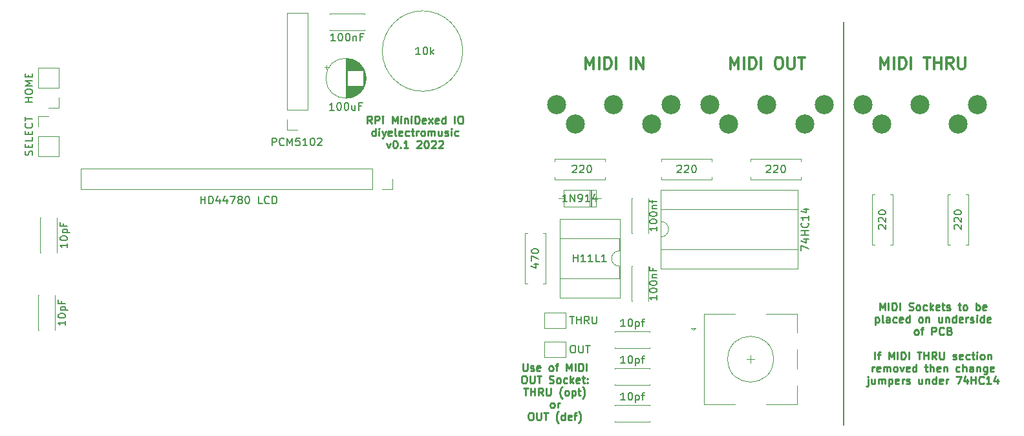
<source format=gto>
G04 #@! TF.GenerationSoftware,KiCad,Pcbnew,(6.0.5)*
G04 #@! TF.CreationDate,2022-07-28T08:19:04+01:00*
G04 #@! TF.ProjectId,RPi-MiniDexed-IOBoard-HD44780,5250692d-4d69-46e6-9944-657865642d49,rev?*
G04 #@! TF.SameCoordinates,Original*
G04 #@! TF.FileFunction,Legend,Top*
G04 #@! TF.FilePolarity,Positive*
%FSLAX46Y46*%
G04 Gerber Fmt 4.6, Leading zero omitted, Abs format (unit mm)*
G04 Created by KiCad (PCBNEW (6.0.5)) date 2022-07-28 08:19:04*
%MOMM*%
%LPD*%
G01*
G04 APERTURE LIST*
%ADD10C,0.150000*%
%ADD11C,0.250000*%
%ADD12C,0.304800*%
%ADD13C,0.120000*%
%ADD14C,2.499360*%
G04 APERTURE END LIST*
D10*
X266192000Y-82804000D02*
X266192000Y-135636000D01*
D11*
X224179333Y-127550380D02*
X224179333Y-128359904D01*
X224226952Y-128455142D01*
X224274571Y-128502761D01*
X224369809Y-128550380D01*
X224560285Y-128550380D01*
X224655523Y-128502761D01*
X224703142Y-128455142D01*
X224750761Y-128359904D01*
X224750761Y-127550380D01*
X225179333Y-128502761D02*
X225274571Y-128550380D01*
X225465047Y-128550380D01*
X225560285Y-128502761D01*
X225607904Y-128407523D01*
X225607904Y-128359904D01*
X225560285Y-128264666D01*
X225465047Y-128217047D01*
X225322190Y-128217047D01*
X225226952Y-128169428D01*
X225179333Y-128074190D01*
X225179333Y-128026571D01*
X225226952Y-127931333D01*
X225322190Y-127883714D01*
X225465047Y-127883714D01*
X225560285Y-127931333D01*
X226417428Y-128502761D02*
X226322190Y-128550380D01*
X226131714Y-128550380D01*
X226036476Y-128502761D01*
X225988857Y-128407523D01*
X225988857Y-128026571D01*
X226036476Y-127931333D01*
X226131714Y-127883714D01*
X226322190Y-127883714D01*
X226417428Y-127931333D01*
X226465047Y-128026571D01*
X226465047Y-128121809D01*
X225988857Y-128217047D01*
X227798380Y-128550380D02*
X227703142Y-128502761D01*
X227655523Y-128455142D01*
X227607904Y-128359904D01*
X227607904Y-128074190D01*
X227655523Y-127978952D01*
X227703142Y-127931333D01*
X227798380Y-127883714D01*
X227941238Y-127883714D01*
X228036476Y-127931333D01*
X228084095Y-127978952D01*
X228131714Y-128074190D01*
X228131714Y-128359904D01*
X228084095Y-128455142D01*
X228036476Y-128502761D01*
X227941238Y-128550380D01*
X227798380Y-128550380D01*
X228417428Y-127883714D02*
X228798380Y-127883714D01*
X228560285Y-128550380D02*
X228560285Y-127693238D01*
X228607904Y-127598000D01*
X228703142Y-127550380D01*
X228798380Y-127550380D01*
X229893619Y-128550380D02*
X229893619Y-127550380D01*
X230226952Y-128264666D01*
X230560285Y-127550380D01*
X230560285Y-128550380D01*
X231036476Y-128550380D02*
X231036476Y-127550380D01*
X231512666Y-128550380D02*
X231512666Y-127550380D01*
X231750761Y-127550380D01*
X231893619Y-127598000D01*
X231988857Y-127693238D01*
X232036476Y-127788476D01*
X232084095Y-127978952D01*
X232084095Y-128121809D01*
X232036476Y-128312285D01*
X231988857Y-128407523D01*
X231893619Y-128502761D01*
X231750761Y-128550380D01*
X231512666Y-128550380D01*
X232512666Y-128550380D02*
X232512666Y-127550380D01*
X224250761Y-129160380D02*
X224441238Y-129160380D01*
X224536476Y-129208000D01*
X224631714Y-129303238D01*
X224679333Y-129493714D01*
X224679333Y-129827047D01*
X224631714Y-130017523D01*
X224536476Y-130112761D01*
X224441238Y-130160380D01*
X224250761Y-130160380D01*
X224155523Y-130112761D01*
X224060285Y-130017523D01*
X224012666Y-129827047D01*
X224012666Y-129493714D01*
X224060285Y-129303238D01*
X224155523Y-129208000D01*
X224250761Y-129160380D01*
X225107904Y-129160380D02*
X225107904Y-129969904D01*
X225155523Y-130065142D01*
X225203142Y-130112761D01*
X225298380Y-130160380D01*
X225488857Y-130160380D01*
X225584095Y-130112761D01*
X225631714Y-130065142D01*
X225679333Y-129969904D01*
X225679333Y-129160380D01*
X226012666Y-129160380D02*
X226584095Y-129160380D01*
X226298380Y-130160380D02*
X226298380Y-129160380D01*
X227631714Y-130112761D02*
X227774571Y-130160380D01*
X228012666Y-130160380D01*
X228107904Y-130112761D01*
X228155523Y-130065142D01*
X228203142Y-129969904D01*
X228203142Y-129874666D01*
X228155523Y-129779428D01*
X228107904Y-129731809D01*
X228012666Y-129684190D01*
X227822190Y-129636571D01*
X227726952Y-129588952D01*
X227679333Y-129541333D01*
X227631714Y-129446095D01*
X227631714Y-129350857D01*
X227679333Y-129255619D01*
X227726952Y-129208000D01*
X227822190Y-129160380D01*
X228060285Y-129160380D01*
X228203142Y-129208000D01*
X228774571Y-130160380D02*
X228679333Y-130112761D01*
X228631714Y-130065142D01*
X228584095Y-129969904D01*
X228584095Y-129684190D01*
X228631714Y-129588952D01*
X228679333Y-129541333D01*
X228774571Y-129493714D01*
X228917428Y-129493714D01*
X229012666Y-129541333D01*
X229060285Y-129588952D01*
X229107904Y-129684190D01*
X229107904Y-129969904D01*
X229060285Y-130065142D01*
X229012666Y-130112761D01*
X228917428Y-130160380D01*
X228774571Y-130160380D01*
X229965047Y-130112761D02*
X229869809Y-130160380D01*
X229679333Y-130160380D01*
X229584095Y-130112761D01*
X229536476Y-130065142D01*
X229488857Y-129969904D01*
X229488857Y-129684190D01*
X229536476Y-129588952D01*
X229584095Y-129541333D01*
X229679333Y-129493714D01*
X229869809Y-129493714D01*
X229965047Y-129541333D01*
X230393619Y-130160380D02*
X230393619Y-129160380D01*
X230488857Y-129779428D02*
X230774571Y-130160380D01*
X230774571Y-129493714D02*
X230393619Y-129874666D01*
X231584095Y-130112761D02*
X231488857Y-130160380D01*
X231298380Y-130160380D01*
X231203142Y-130112761D01*
X231155523Y-130017523D01*
X231155523Y-129636571D01*
X231203142Y-129541333D01*
X231298380Y-129493714D01*
X231488857Y-129493714D01*
X231584095Y-129541333D01*
X231631714Y-129636571D01*
X231631714Y-129731809D01*
X231155523Y-129827047D01*
X231917428Y-129493714D02*
X232298380Y-129493714D01*
X232060285Y-129160380D02*
X232060285Y-130017523D01*
X232107904Y-130112761D01*
X232203142Y-130160380D01*
X232298380Y-130160380D01*
X232631714Y-130065142D02*
X232679333Y-130112761D01*
X232631714Y-130160380D01*
X232584095Y-130112761D01*
X232631714Y-130065142D01*
X232631714Y-130160380D01*
X232631714Y-129541333D02*
X232679333Y-129588952D01*
X232631714Y-129636571D01*
X232584095Y-129588952D01*
X232631714Y-129541333D01*
X232631714Y-129636571D01*
X224274571Y-130770380D02*
X224846000Y-130770380D01*
X224560285Y-131770380D02*
X224560285Y-130770380D01*
X225179333Y-131770380D02*
X225179333Y-130770380D01*
X225179333Y-131246571D02*
X225750761Y-131246571D01*
X225750761Y-131770380D02*
X225750761Y-130770380D01*
X226798380Y-131770380D02*
X226465047Y-131294190D01*
X226226952Y-131770380D02*
X226226952Y-130770380D01*
X226607904Y-130770380D01*
X226703142Y-130818000D01*
X226750761Y-130865619D01*
X226798380Y-130960857D01*
X226798380Y-131103714D01*
X226750761Y-131198952D01*
X226703142Y-131246571D01*
X226607904Y-131294190D01*
X226226952Y-131294190D01*
X227226952Y-130770380D02*
X227226952Y-131579904D01*
X227274571Y-131675142D01*
X227322190Y-131722761D01*
X227417428Y-131770380D01*
X227607904Y-131770380D01*
X227703142Y-131722761D01*
X227750761Y-131675142D01*
X227798380Y-131579904D01*
X227798380Y-130770380D01*
X229322190Y-132151333D02*
X229274571Y-132103714D01*
X229179333Y-131960857D01*
X229131714Y-131865619D01*
X229084095Y-131722761D01*
X229036476Y-131484666D01*
X229036476Y-131294190D01*
X229084095Y-131056095D01*
X229131714Y-130913238D01*
X229179333Y-130818000D01*
X229274571Y-130675142D01*
X229322190Y-130627523D01*
X229846000Y-131770380D02*
X229750761Y-131722761D01*
X229703142Y-131675142D01*
X229655523Y-131579904D01*
X229655523Y-131294190D01*
X229703142Y-131198952D01*
X229750761Y-131151333D01*
X229846000Y-131103714D01*
X229988857Y-131103714D01*
X230084095Y-131151333D01*
X230131714Y-131198952D01*
X230179333Y-131294190D01*
X230179333Y-131579904D01*
X230131714Y-131675142D01*
X230084095Y-131722761D01*
X229988857Y-131770380D01*
X229846000Y-131770380D01*
X230607904Y-131103714D02*
X230607904Y-132103714D01*
X230607904Y-131151333D02*
X230703142Y-131103714D01*
X230893619Y-131103714D01*
X230988857Y-131151333D01*
X231036476Y-131198952D01*
X231084095Y-131294190D01*
X231084095Y-131579904D01*
X231036476Y-131675142D01*
X230988857Y-131722761D01*
X230893619Y-131770380D01*
X230703142Y-131770380D01*
X230607904Y-131722761D01*
X231369809Y-131103714D02*
X231750761Y-131103714D01*
X231512666Y-130770380D02*
X231512666Y-131627523D01*
X231560285Y-131722761D01*
X231655523Y-131770380D01*
X231750761Y-131770380D01*
X231988857Y-132151333D02*
X232036476Y-132103714D01*
X232131714Y-131960857D01*
X232179333Y-131865619D01*
X232226952Y-131722761D01*
X232274571Y-131484666D01*
X232274571Y-131294190D01*
X232226952Y-131056095D01*
X232179333Y-130913238D01*
X232131714Y-130818000D01*
X232036476Y-130675142D01*
X231988857Y-130627523D01*
X227965047Y-133380380D02*
X227869809Y-133332761D01*
X227822190Y-133285142D01*
X227774571Y-133189904D01*
X227774571Y-132904190D01*
X227822190Y-132808952D01*
X227869809Y-132761333D01*
X227965047Y-132713714D01*
X228107904Y-132713714D01*
X228203142Y-132761333D01*
X228250761Y-132808952D01*
X228298380Y-132904190D01*
X228298380Y-133189904D01*
X228250761Y-133285142D01*
X228203142Y-133332761D01*
X228107904Y-133380380D01*
X227965047Y-133380380D01*
X228726952Y-133380380D02*
X228726952Y-132713714D01*
X228726952Y-132904190D02*
X228774571Y-132808952D01*
X228822190Y-132761333D01*
X228917428Y-132713714D01*
X229012666Y-132713714D01*
X225131714Y-133990380D02*
X225322190Y-133990380D01*
X225417428Y-134038000D01*
X225512666Y-134133238D01*
X225560285Y-134323714D01*
X225560285Y-134657047D01*
X225512666Y-134847523D01*
X225417428Y-134942761D01*
X225322190Y-134990380D01*
X225131714Y-134990380D01*
X225036476Y-134942761D01*
X224941238Y-134847523D01*
X224893619Y-134657047D01*
X224893619Y-134323714D01*
X224941238Y-134133238D01*
X225036476Y-134038000D01*
X225131714Y-133990380D01*
X225988857Y-133990380D02*
X225988857Y-134799904D01*
X226036476Y-134895142D01*
X226084095Y-134942761D01*
X226179333Y-134990380D01*
X226369809Y-134990380D01*
X226465047Y-134942761D01*
X226512666Y-134895142D01*
X226560285Y-134799904D01*
X226560285Y-133990380D01*
X226893619Y-133990380D02*
X227465047Y-133990380D01*
X227179333Y-134990380D02*
X227179333Y-133990380D01*
X228846000Y-135371333D02*
X228798380Y-135323714D01*
X228703142Y-135180857D01*
X228655523Y-135085619D01*
X228607904Y-134942761D01*
X228560285Y-134704666D01*
X228560285Y-134514190D01*
X228607904Y-134276095D01*
X228655523Y-134133238D01*
X228703142Y-134038000D01*
X228798380Y-133895142D01*
X228846000Y-133847523D01*
X229655523Y-134990380D02*
X229655523Y-133990380D01*
X229655523Y-134942761D02*
X229560285Y-134990380D01*
X229369809Y-134990380D01*
X229274571Y-134942761D01*
X229226952Y-134895142D01*
X229179333Y-134799904D01*
X229179333Y-134514190D01*
X229226952Y-134418952D01*
X229274571Y-134371333D01*
X229369809Y-134323714D01*
X229560285Y-134323714D01*
X229655523Y-134371333D01*
X230512666Y-134942761D02*
X230417428Y-134990380D01*
X230226952Y-134990380D01*
X230131714Y-134942761D01*
X230084095Y-134847523D01*
X230084095Y-134466571D01*
X230131714Y-134371333D01*
X230226952Y-134323714D01*
X230417428Y-134323714D01*
X230512666Y-134371333D01*
X230560285Y-134466571D01*
X230560285Y-134561809D01*
X230084095Y-134657047D01*
X230846000Y-134323714D02*
X231226952Y-134323714D01*
X230988857Y-134990380D02*
X230988857Y-134133238D01*
X231036476Y-134038000D01*
X231131714Y-133990380D01*
X231226952Y-133990380D01*
X231465047Y-135371333D02*
X231512666Y-135323714D01*
X231607904Y-135180857D01*
X231655523Y-135085619D01*
X231703142Y-134942761D01*
X231750761Y-134704666D01*
X231750761Y-134514190D01*
X231703142Y-134276095D01*
X231655523Y-134133238D01*
X231607904Y-134038000D01*
X231512666Y-133895142D01*
X231465047Y-133847523D01*
X204391333Y-96124380D02*
X204058000Y-95648190D01*
X203819904Y-96124380D02*
X203819904Y-95124380D01*
X204200857Y-95124380D01*
X204296095Y-95172000D01*
X204343714Y-95219619D01*
X204391333Y-95314857D01*
X204391333Y-95457714D01*
X204343714Y-95552952D01*
X204296095Y-95600571D01*
X204200857Y-95648190D01*
X203819904Y-95648190D01*
X204819904Y-96124380D02*
X204819904Y-95124380D01*
X205200857Y-95124380D01*
X205296095Y-95172000D01*
X205343714Y-95219619D01*
X205391333Y-95314857D01*
X205391333Y-95457714D01*
X205343714Y-95552952D01*
X205296095Y-95600571D01*
X205200857Y-95648190D01*
X204819904Y-95648190D01*
X205819904Y-96124380D02*
X205819904Y-95457714D01*
X205819904Y-95124380D02*
X205772285Y-95172000D01*
X205819904Y-95219619D01*
X205867523Y-95172000D01*
X205819904Y-95124380D01*
X205819904Y-95219619D01*
X207058000Y-96124380D02*
X207058000Y-95124380D01*
X207391333Y-95838666D01*
X207724666Y-95124380D01*
X207724666Y-96124380D01*
X208200857Y-96124380D02*
X208200857Y-95457714D01*
X208200857Y-95124380D02*
X208153238Y-95172000D01*
X208200857Y-95219619D01*
X208248476Y-95172000D01*
X208200857Y-95124380D01*
X208200857Y-95219619D01*
X208677047Y-95457714D02*
X208677047Y-96124380D01*
X208677047Y-95552952D02*
X208724666Y-95505333D01*
X208819904Y-95457714D01*
X208962761Y-95457714D01*
X209058000Y-95505333D01*
X209105619Y-95600571D01*
X209105619Y-96124380D01*
X209581809Y-96124380D02*
X209581809Y-95457714D01*
X209581809Y-95124380D02*
X209534190Y-95172000D01*
X209581809Y-95219619D01*
X209629428Y-95172000D01*
X209581809Y-95124380D01*
X209581809Y-95219619D01*
X210058000Y-96124380D02*
X210058000Y-95124380D01*
X210296095Y-95124380D01*
X210438952Y-95172000D01*
X210534190Y-95267238D01*
X210581809Y-95362476D01*
X210629428Y-95552952D01*
X210629428Y-95695809D01*
X210581809Y-95886285D01*
X210534190Y-95981523D01*
X210438952Y-96076761D01*
X210296095Y-96124380D01*
X210058000Y-96124380D01*
X211438952Y-96076761D02*
X211343714Y-96124380D01*
X211153238Y-96124380D01*
X211058000Y-96076761D01*
X211010380Y-95981523D01*
X211010380Y-95600571D01*
X211058000Y-95505333D01*
X211153238Y-95457714D01*
X211343714Y-95457714D01*
X211438952Y-95505333D01*
X211486571Y-95600571D01*
X211486571Y-95695809D01*
X211010380Y-95791047D01*
X211819904Y-96124380D02*
X212343714Y-95457714D01*
X211819904Y-95457714D02*
X212343714Y-96124380D01*
X213105619Y-96076761D02*
X213010380Y-96124380D01*
X212819904Y-96124380D01*
X212724666Y-96076761D01*
X212677047Y-95981523D01*
X212677047Y-95600571D01*
X212724666Y-95505333D01*
X212819904Y-95457714D01*
X213010380Y-95457714D01*
X213105619Y-95505333D01*
X213153238Y-95600571D01*
X213153238Y-95695809D01*
X212677047Y-95791047D01*
X214010380Y-96124380D02*
X214010380Y-95124380D01*
X214010380Y-96076761D02*
X213915142Y-96124380D01*
X213724666Y-96124380D01*
X213629428Y-96076761D01*
X213581809Y-96029142D01*
X213534190Y-95933904D01*
X213534190Y-95648190D01*
X213581809Y-95552952D01*
X213629428Y-95505333D01*
X213724666Y-95457714D01*
X213915142Y-95457714D01*
X214010380Y-95505333D01*
X215248476Y-96124380D02*
X215248476Y-95124380D01*
X215915142Y-95124380D02*
X216105619Y-95124380D01*
X216200857Y-95172000D01*
X216296095Y-95267238D01*
X216343714Y-95457714D01*
X216343714Y-95791047D01*
X216296095Y-95981523D01*
X216200857Y-96076761D01*
X216105619Y-96124380D01*
X215915142Y-96124380D01*
X215819904Y-96076761D01*
X215724666Y-95981523D01*
X215677047Y-95791047D01*
X215677047Y-95457714D01*
X215724666Y-95267238D01*
X215819904Y-95172000D01*
X215915142Y-95124380D01*
X204867523Y-97734380D02*
X204867523Y-96734380D01*
X204867523Y-97686761D02*
X204772285Y-97734380D01*
X204581809Y-97734380D01*
X204486571Y-97686761D01*
X204438952Y-97639142D01*
X204391333Y-97543904D01*
X204391333Y-97258190D01*
X204438952Y-97162952D01*
X204486571Y-97115333D01*
X204581809Y-97067714D01*
X204772285Y-97067714D01*
X204867523Y-97115333D01*
X205343714Y-97734380D02*
X205343714Y-97067714D01*
X205343714Y-96734380D02*
X205296095Y-96782000D01*
X205343714Y-96829619D01*
X205391333Y-96782000D01*
X205343714Y-96734380D01*
X205343714Y-96829619D01*
X205724666Y-97067714D02*
X205962761Y-97734380D01*
X206200857Y-97067714D02*
X205962761Y-97734380D01*
X205867523Y-97972476D01*
X205819904Y-98020095D01*
X205724666Y-98067714D01*
X206962761Y-97686761D02*
X206867523Y-97734380D01*
X206677047Y-97734380D01*
X206581809Y-97686761D01*
X206534190Y-97591523D01*
X206534190Y-97210571D01*
X206581809Y-97115333D01*
X206677047Y-97067714D01*
X206867523Y-97067714D01*
X206962761Y-97115333D01*
X207010380Y-97210571D01*
X207010380Y-97305809D01*
X206534190Y-97401047D01*
X207581809Y-97734380D02*
X207486571Y-97686761D01*
X207438952Y-97591523D01*
X207438952Y-96734380D01*
X208343714Y-97686761D02*
X208248476Y-97734380D01*
X208058000Y-97734380D01*
X207962761Y-97686761D01*
X207915142Y-97591523D01*
X207915142Y-97210571D01*
X207962761Y-97115333D01*
X208058000Y-97067714D01*
X208248476Y-97067714D01*
X208343714Y-97115333D01*
X208391333Y-97210571D01*
X208391333Y-97305809D01*
X207915142Y-97401047D01*
X209248476Y-97686761D02*
X209153238Y-97734380D01*
X208962761Y-97734380D01*
X208867523Y-97686761D01*
X208819904Y-97639142D01*
X208772285Y-97543904D01*
X208772285Y-97258190D01*
X208819904Y-97162952D01*
X208867523Y-97115333D01*
X208962761Y-97067714D01*
X209153238Y-97067714D01*
X209248476Y-97115333D01*
X209534190Y-97067714D02*
X209915142Y-97067714D01*
X209677047Y-96734380D02*
X209677047Y-97591523D01*
X209724666Y-97686761D01*
X209819904Y-97734380D01*
X209915142Y-97734380D01*
X210248476Y-97734380D02*
X210248476Y-97067714D01*
X210248476Y-97258190D02*
X210296095Y-97162952D01*
X210343714Y-97115333D01*
X210438952Y-97067714D01*
X210534190Y-97067714D01*
X211010380Y-97734380D02*
X210915142Y-97686761D01*
X210867523Y-97639142D01*
X210819904Y-97543904D01*
X210819904Y-97258190D01*
X210867523Y-97162952D01*
X210915142Y-97115333D01*
X211010380Y-97067714D01*
X211153238Y-97067714D01*
X211248476Y-97115333D01*
X211296095Y-97162952D01*
X211343714Y-97258190D01*
X211343714Y-97543904D01*
X211296095Y-97639142D01*
X211248476Y-97686761D01*
X211153238Y-97734380D01*
X211010380Y-97734380D01*
X211772285Y-97734380D02*
X211772285Y-97067714D01*
X211772285Y-97162952D02*
X211819904Y-97115333D01*
X211915142Y-97067714D01*
X212058000Y-97067714D01*
X212153238Y-97115333D01*
X212200857Y-97210571D01*
X212200857Y-97734380D01*
X212200857Y-97210571D02*
X212248476Y-97115333D01*
X212343714Y-97067714D01*
X212486571Y-97067714D01*
X212581809Y-97115333D01*
X212629428Y-97210571D01*
X212629428Y-97734380D01*
X213534190Y-97067714D02*
X213534190Y-97734380D01*
X213105619Y-97067714D02*
X213105619Y-97591523D01*
X213153238Y-97686761D01*
X213248476Y-97734380D01*
X213391333Y-97734380D01*
X213486571Y-97686761D01*
X213534190Y-97639142D01*
X213962761Y-97686761D02*
X214058000Y-97734380D01*
X214248476Y-97734380D01*
X214343714Y-97686761D01*
X214391333Y-97591523D01*
X214391333Y-97543904D01*
X214343714Y-97448666D01*
X214248476Y-97401047D01*
X214105619Y-97401047D01*
X214010380Y-97353428D01*
X213962761Y-97258190D01*
X213962761Y-97210571D01*
X214010380Y-97115333D01*
X214105619Y-97067714D01*
X214248476Y-97067714D01*
X214343714Y-97115333D01*
X214819904Y-97734380D02*
X214819904Y-97067714D01*
X214819904Y-96734380D02*
X214772285Y-96782000D01*
X214819904Y-96829619D01*
X214867523Y-96782000D01*
X214819904Y-96734380D01*
X214819904Y-96829619D01*
X215724666Y-97686761D02*
X215629428Y-97734380D01*
X215438952Y-97734380D01*
X215343714Y-97686761D01*
X215296095Y-97639142D01*
X215248476Y-97543904D01*
X215248476Y-97258190D01*
X215296095Y-97162952D01*
X215343714Y-97115333D01*
X215438952Y-97067714D01*
X215629428Y-97067714D01*
X215724666Y-97115333D01*
X206343714Y-98677714D02*
X206581809Y-99344380D01*
X206819904Y-98677714D01*
X207391333Y-98344380D02*
X207486571Y-98344380D01*
X207581809Y-98392000D01*
X207629428Y-98439619D01*
X207677047Y-98534857D01*
X207724666Y-98725333D01*
X207724666Y-98963428D01*
X207677047Y-99153904D01*
X207629428Y-99249142D01*
X207581809Y-99296761D01*
X207486571Y-99344380D01*
X207391333Y-99344380D01*
X207296095Y-99296761D01*
X207248476Y-99249142D01*
X207200857Y-99153904D01*
X207153238Y-98963428D01*
X207153238Y-98725333D01*
X207200857Y-98534857D01*
X207248476Y-98439619D01*
X207296095Y-98392000D01*
X207391333Y-98344380D01*
X208153238Y-99249142D02*
X208200857Y-99296761D01*
X208153238Y-99344380D01*
X208105619Y-99296761D01*
X208153238Y-99249142D01*
X208153238Y-99344380D01*
X209153238Y-99344380D02*
X208581809Y-99344380D01*
X208867523Y-99344380D02*
X208867523Y-98344380D01*
X208772285Y-98487238D01*
X208677047Y-98582476D01*
X208581809Y-98630095D01*
X210296095Y-98439619D02*
X210343714Y-98392000D01*
X210438952Y-98344380D01*
X210677047Y-98344380D01*
X210772285Y-98392000D01*
X210819904Y-98439619D01*
X210867523Y-98534857D01*
X210867523Y-98630095D01*
X210819904Y-98772952D01*
X210248476Y-99344380D01*
X210867523Y-99344380D01*
X211486571Y-98344380D02*
X211581809Y-98344380D01*
X211677047Y-98392000D01*
X211724666Y-98439619D01*
X211772285Y-98534857D01*
X211819904Y-98725333D01*
X211819904Y-98963428D01*
X211772285Y-99153904D01*
X211724666Y-99249142D01*
X211677047Y-99296761D01*
X211581809Y-99344380D01*
X211486571Y-99344380D01*
X211391333Y-99296761D01*
X211343714Y-99249142D01*
X211296095Y-99153904D01*
X211248476Y-98963428D01*
X211248476Y-98725333D01*
X211296095Y-98534857D01*
X211343714Y-98439619D01*
X211391333Y-98392000D01*
X211486571Y-98344380D01*
X212200857Y-98439619D02*
X212248476Y-98392000D01*
X212343714Y-98344380D01*
X212581809Y-98344380D01*
X212677047Y-98392000D01*
X212724666Y-98439619D01*
X212772285Y-98534857D01*
X212772285Y-98630095D01*
X212724666Y-98772952D01*
X212153238Y-99344380D01*
X212772285Y-99344380D01*
X213153238Y-98439619D02*
X213200857Y-98392000D01*
X213296095Y-98344380D01*
X213534190Y-98344380D01*
X213629428Y-98392000D01*
X213677047Y-98439619D01*
X213724666Y-98534857D01*
X213724666Y-98630095D01*
X213677047Y-98772952D01*
X213105619Y-99344380D01*
X213724666Y-99344380D01*
X270923619Y-120590380D02*
X270923619Y-119590380D01*
X271256952Y-120304666D01*
X271590285Y-119590380D01*
X271590285Y-120590380D01*
X272066476Y-120590380D02*
X272066476Y-119590380D01*
X272542666Y-120590380D02*
X272542666Y-119590380D01*
X272780761Y-119590380D01*
X272923619Y-119638000D01*
X273018857Y-119733238D01*
X273066476Y-119828476D01*
X273114095Y-120018952D01*
X273114095Y-120161809D01*
X273066476Y-120352285D01*
X273018857Y-120447523D01*
X272923619Y-120542761D01*
X272780761Y-120590380D01*
X272542666Y-120590380D01*
X273542666Y-120590380D02*
X273542666Y-119590380D01*
X274733142Y-120542761D02*
X274876000Y-120590380D01*
X275114095Y-120590380D01*
X275209333Y-120542761D01*
X275256952Y-120495142D01*
X275304571Y-120399904D01*
X275304571Y-120304666D01*
X275256952Y-120209428D01*
X275209333Y-120161809D01*
X275114095Y-120114190D01*
X274923619Y-120066571D01*
X274828380Y-120018952D01*
X274780761Y-119971333D01*
X274733142Y-119876095D01*
X274733142Y-119780857D01*
X274780761Y-119685619D01*
X274828380Y-119638000D01*
X274923619Y-119590380D01*
X275161714Y-119590380D01*
X275304571Y-119638000D01*
X275876000Y-120590380D02*
X275780761Y-120542761D01*
X275733142Y-120495142D01*
X275685523Y-120399904D01*
X275685523Y-120114190D01*
X275733142Y-120018952D01*
X275780761Y-119971333D01*
X275876000Y-119923714D01*
X276018857Y-119923714D01*
X276114095Y-119971333D01*
X276161714Y-120018952D01*
X276209333Y-120114190D01*
X276209333Y-120399904D01*
X276161714Y-120495142D01*
X276114095Y-120542761D01*
X276018857Y-120590380D01*
X275876000Y-120590380D01*
X277066476Y-120542761D02*
X276971238Y-120590380D01*
X276780761Y-120590380D01*
X276685523Y-120542761D01*
X276637904Y-120495142D01*
X276590285Y-120399904D01*
X276590285Y-120114190D01*
X276637904Y-120018952D01*
X276685523Y-119971333D01*
X276780761Y-119923714D01*
X276971238Y-119923714D01*
X277066476Y-119971333D01*
X277495047Y-120590380D02*
X277495047Y-119590380D01*
X277590285Y-120209428D02*
X277876000Y-120590380D01*
X277876000Y-119923714D02*
X277495047Y-120304666D01*
X278685523Y-120542761D02*
X278590285Y-120590380D01*
X278399809Y-120590380D01*
X278304571Y-120542761D01*
X278256952Y-120447523D01*
X278256952Y-120066571D01*
X278304571Y-119971333D01*
X278399809Y-119923714D01*
X278590285Y-119923714D01*
X278685523Y-119971333D01*
X278733142Y-120066571D01*
X278733142Y-120161809D01*
X278256952Y-120257047D01*
X279018857Y-119923714D02*
X279399809Y-119923714D01*
X279161714Y-119590380D02*
X279161714Y-120447523D01*
X279209333Y-120542761D01*
X279304571Y-120590380D01*
X279399809Y-120590380D01*
X279685523Y-120542761D02*
X279780761Y-120590380D01*
X279971238Y-120590380D01*
X280066476Y-120542761D01*
X280114095Y-120447523D01*
X280114095Y-120399904D01*
X280066476Y-120304666D01*
X279971238Y-120257047D01*
X279828380Y-120257047D01*
X279733142Y-120209428D01*
X279685523Y-120114190D01*
X279685523Y-120066571D01*
X279733142Y-119971333D01*
X279828380Y-119923714D01*
X279971238Y-119923714D01*
X280066476Y-119971333D01*
X281161714Y-119923714D02*
X281542666Y-119923714D01*
X281304571Y-119590380D02*
X281304571Y-120447523D01*
X281352190Y-120542761D01*
X281447428Y-120590380D01*
X281542666Y-120590380D01*
X282018857Y-120590380D02*
X281923619Y-120542761D01*
X281876000Y-120495142D01*
X281828380Y-120399904D01*
X281828380Y-120114190D01*
X281876000Y-120018952D01*
X281923619Y-119971333D01*
X282018857Y-119923714D01*
X282161714Y-119923714D01*
X282256952Y-119971333D01*
X282304571Y-120018952D01*
X282352190Y-120114190D01*
X282352190Y-120399904D01*
X282304571Y-120495142D01*
X282256952Y-120542761D01*
X282161714Y-120590380D01*
X282018857Y-120590380D01*
X283542666Y-120590380D02*
X283542666Y-119590380D01*
X283542666Y-119971333D02*
X283637904Y-119923714D01*
X283828380Y-119923714D01*
X283923619Y-119971333D01*
X283971238Y-120018952D01*
X284018857Y-120114190D01*
X284018857Y-120399904D01*
X283971238Y-120495142D01*
X283923619Y-120542761D01*
X283828380Y-120590380D01*
X283637904Y-120590380D01*
X283542666Y-120542761D01*
X284828380Y-120542761D02*
X284733142Y-120590380D01*
X284542666Y-120590380D01*
X284447428Y-120542761D01*
X284399809Y-120447523D01*
X284399809Y-120066571D01*
X284447428Y-119971333D01*
X284542666Y-119923714D01*
X284733142Y-119923714D01*
X284828380Y-119971333D01*
X284876000Y-120066571D01*
X284876000Y-120161809D01*
X284399809Y-120257047D01*
X270352190Y-121533714D02*
X270352190Y-122533714D01*
X270352190Y-121581333D02*
X270447428Y-121533714D01*
X270637904Y-121533714D01*
X270733142Y-121581333D01*
X270780761Y-121628952D01*
X270828380Y-121724190D01*
X270828380Y-122009904D01*
X270780761Y-122105142D01*
X270733142Y-122152761D01*
X270637904Y-122200380D01*
X270447428Y-122200380D01*
X270352190Y-122152761D01*
X271399809Y-122200380D02*
X271304571Y-122152761D01*
X271256952Y-122057523D01*
X271256952Y-121200380D01*
X272209333Y-122200380D02*
X272209333Y-121676571D01*
X272161714Y-121581333D01*
X272066476Y-121533714D01*
X271876000Y-121533714D01*
X271780761Y-121581333D01*
X272209333Y-122152761D02*
X272114095Y-122200380D01*
X271876000Y-122200380D01*
X271780761Y-122152761D01*
X271733142Y-122057523D01*
X271733142Y-121962285D01*
X271780761Y-121867047D01*
X271876000Y-121819428D01*
X272114095Y-121819428D01*
X272209333Y-121771809D01*
X273114095Y-122152761D02*
X273018857Y-122200380D01*
X272828380Y-122200380D01*
X272733142Y-122152761D01*
X272685523Y-122105142D01*
X272637904Y-122009904D01*
X272637904Y-121724190D01*
X272685523Y-121628952D01*
X272733142Y-121581333D01*
X272828380Y-121533714D01*
X273018857Y-121533714D01*
X273114095Y-121581333D01*
X273923619Y-122152761D02*
X273828380Y-122200380D01*
X273637904Y-122200380D01*
X273542666Y-122152761D01*
X273495047Y-122057523D01*
X273495047Y-121676571D01*
X273542666Y-121581333D01*
X273637904Y-121533714D01*
X273828380Y-121533714D01*
X273923619Y-121581333D01*
X273971238Y-121676571D01*
X273971238Y-121771809D01*
X273495047Y-121867047D01*
X274828380Y-122200380D02*
X274828380Y-121200380D01*
X274828380Y-122152761D02*
X274733142Y-122200380D01*
X274542666Y-122200380D01*
X274447428Y-122152761D01*
X274399809Y-122105142D01*
X274352190Y-122009904D01*
X274352190Y-121724190D01*
X274399809Y-121628952D01*
X274447428Y-121581333D01*
X274542666Y-121533714D01*
X274733142Y-121533714D01*
X274828380Y-121581333D01*
X276209333Y-122200380D02*
X276114095Y-122152761D01*
X276066476Y-122105142D01*
X276018857Y-122009904D01*
X276018857Y-121724190D01*
X276066476Y-121628952D01*
X276114095Y-121581333D01*
X276209333Y-121533714D01*
X276352190Y-121533714D01*
X276447428Y-121581333D01*
X276495047Y-121628952D01*
X276542666Y-121724190D01*
X276542666Y-122009904D01*
X276495047Y-122105142D01*
X276447428Y-122152761D01*
X276352190Y-122200380D01*
X276209333Y-122200380D01*
X276971238Y-121533714D02*
X276971238Y-122200380D01*
X276971238Y-121628952D02*
X277018857Y-121581333D01*
X277114095Y-121533714D01*
X277256952Y-121533714D01*
X277352190Y-121581333D01*
X277399809Y-121676571D01*
X277399809Y-122200380D01*
X279066476Y-121533714D02*
X279066476Y-122200380D01*
X278637904Y-121533714D02*
X278637904Y-122057523D01*
X278685523Y-122152761D01*
X278780761Y-122200380D01*
X278923619Y-122200380D01*
X279018857Y-122152761D01*
X279066476Y-122105142D01*
X279542666Y-121533714D02*
X279542666Y-122200380D01*
X279542666Y-121628952D02*
X279590285Y-121581333D01*
X279685523Y-121533714D01*
X279828380Y-121533714D01*
X279923619Y-121581333D01*
X279971238Y-121676571D01*
X279971238Y-122200380D01*
X280876000Y-122200380D02*
X280876000Y-121200380D01*
X280876000Y-122152761D02*
X280780761Y-122200380D01*
X280590285Y-122200380D01*
X280495047Y-122152761D01*
X280447428Y-122105142D01*
X280399809Y-122009904D01*
X280399809Y-121724190D01*
X280447428Y-121628952D01*
X280495047Y-121581333D01*
X280590285Y-121533714D01*
X280780761Y-121533714D01*
X280876000Y-121581333D01*
X281733142Y-122152761D02*
X281637904Y-122200380D01*
X281447428Y-122200380D01*
X281352190Y-122152761D01*
X281304571Y-122057523D01*
X281304571Y-121676571D01*
X281352190Y-121581333D01*
X281447428Y-121533714D01*
X281637904Y-121533714D01*
X281733142Y-121581333D01*
X281780761Y-121676571D01*
X281780761Y-121771809D01*
X281304571Y-121867047D01*
X282209333Y-122200380D02*
X282209333Y-121533714D01*
X282209333Y-121724190D02*
X282256952Y-121628952D01*
X282304571Y-121581333D01*
X282399809Y-121533714D01*
X282495047Y-121533714D01*
X282780761Y-122152761D02*
X282876000Y-122200380D01*
X283066476Y-122200380D01*
X283161714Y-122152761D01*
X283209333Y-122057523D01*
X283209333Y-122009904D01*
X283161714Y-121914666D01*
X283066476Y-121867047D01*
X282923619Y-121867047D01*
X282828380Y-121819428D01*
X282780761Y-121724190D01*
X282780761Y-121676571D01*
X282828380Y-121581333D01*
X282923619Y-121533714D01*
X283066476Y-121533714D01*
X283161714Y-121581333D01*
X283637904Y-122200380D02*
X283637904Y-121533714D01*
X283637904Y-121200380D02*
X283590285Y-121248000D01*
X283637904Y-121295619D01*
X283685523Y-121248000D01*
X283637904Y-121200380D01*
X283637904Y-121295619D01*
X284542666Y-122200380D02*
X284542666Y-121200380D01*
X284542666Y-122152761D02*
X284447428Y-122200380D01*
X284256952Y-122200380D01*
X284161714Y-122152761D01*
X284114095Y-122105142D01*
X284066476Y-122009904D01*
X284066476Y-121724190D01*
X284114095Y-121628952D01*
X284161714Y-121581333D01*
X284256952Y-121533714D01*
X284447428Y-121533714D01*
X284542666Y-121581333D01*
X285399809Y-122152761D02*
X285304571Y-122200380D01*
X285114095Y-122200380D01*
X285018857Y-122152761D01*
X284971238Y-122057523D01*
X284971238Y-121676571D01*
X285018857Y-121581333D01*
X285114095Y-121533714D01*
X285304571Y-121533714D01*
X285399809Y-121581333D01*
X285447428Y-121676571D01*
X285447428Y-121771809D01*
X284971238Y-121867047D01*
X275637904Y-123810380D02*
X275542666Y-123762761D01*
X275495047Y-123715142D01*
X275447428Y-123619904D01*
X275447428Y-123334190D01*
X275495047Y-123238952D01*
X275542666Y-123191333D01*
X275637904Y-123143714D01*
X275780761Y-123143714D01*
X275876000Y-123191333D01*
X275923619Y-123238952D01*
X275971238Y-123334190D01*
X275971238Y-123619904D01*
X275923619Y-123715142D01*
X275876000Y-123762761D01*
X275780761Y-123810380D01*
X275637904Y-123810380D01*
X276256952Y-123143714D02*
X276637904Y-123143714D01*
X276399809Y-123810380D02*
X276399809Y-122953238D01*
X276447428Y-122858000D01*
X276542666Y-122810380D01*
X276637904Y-122810380D01*
X277733142Y-123810380D02*
X277733142Y-122810380D01*
X278114095Y-122810380D01*
X278209333Y-122858000D01*
X278256952Y-122905619D01*
X278304571Y-123000857D01*
X278304571Y-123143714D01*
X278256952Y-123238952D01*
X278209333Y-123286571D01*
X278114095Y-123334190D01*
X277733142Y-123334190D01*
X279304571Y-123715142D02*
X279256952Y-123762761D01*
X279114095Y-123810380D01*
X279018857Y-123810380D01*
X278876000Y-123762761D01*
X278780761Y-123667523D01*
X278733142Y-123572285D01*
X278685523Y-123381809D01*
X278685523Y-123238952D01*
X278733142Y-123048476D01*
X278780761Y-122953238D01*
X278876000Y-122858000D01*
X279018857Y-122810380D01*
X279114095Y-122810380D01*
X279256952Y-122858000D01*
X279304571Y-122905619D01*
X280066476Y-123286571D02*
X280209333Y-123334190D01*
X280256952Y-123381809D01*
X280304571Y-123477047D01*
X280304571Y-123619904D01*
X280256952Y-123715142D01*
X280209333Y-123762761D01*
X280114095Y-123810380D01*
X279733142Y-123810380D01*
X279733142Y-122810380D01*
X280066476Y-122810380D01*
X280161714Y-122858000D01*
X280209333Y-122905619D01*
X280256952Y-123000857D01*
X280256952Y-123096095D01*
X280209333Y-123191333D01*
X280161714Y-123238952D01*
X280066476Y-123286571D01*
X279733142Y-123286571D01*
X270280761Y-127030380D02*
X270280761Y-126030380D01*
X270614095Y-126363714D02*
X270995047Y-126363714D01*
X270756952Y-127030380D02*
X270756952Y-126173238D01*
X270804571Y-126078000D01*
X270899809Y-126030380D01*
X270995047Y-126030380D01*
X272090285Y-127030380D02*
X272090285Y-126030380D01*
X272423619Y-126744666D01*
X272756952Y-126030380D01*
X272756952Y-127030380D01*
X273233142Y-127030380D02*
X273233142Y-126030380D01*
X273709333Y-127030380D02*
X273709333Y-126030380D01*
X273947428Y-126030380D01*
X274090285Y-126078000D01*
X274185523Y-126173238D01*
X274233142Y-126268476D01*
X274280761Y-126458952D01*
X274280761Y-126601809D01*
X274233142Y-126792285D01*
X274185523Y-126887523D01*
X274090285Y-126982761D01*
X273947428Y-127030380D01*
X273709333Y-127030380D01*
X274709333Y-127030380D02*
X274709333Y-126030380D01*
X275804571Y-126030380D02*
X276376000Y-126030380D01*
X276090285Y-127030380D02*
X276090285Y-126030380D01*
X276709333Y-127030380D02*
X276709333Y-126030380D01*
X276709333Y-126506571D02*
X277280761Y-126506571D01*
X277280761Y-127030380D02*
X277280761Y-126030380D01*
X278328380Y-127030380D02*
X277995047Y-126554190D01*
X277756952Y-127030380D02*
X277756952Y-126030380D01*
X278137904Y-126030380D01*
X278233142Y-126078000D01*
X278280761Y-126125619D01*
X278328380Y-126220857D01*
X278328380Y-126363714D01*
X278280761Y-126458952D01*
X278233142Y-126506571D01*
X278137904Y-126554190D01*
X277756952Y-126554190D01*
X278756952Y-126030380D02*
X278756952Y-126839904D01*
X278804571Y-126935142D01*
X278852190Y-126982761D01*
X278947428Y-127030380D01*
X279137904Y-127030380D01*
X279233142Y-126982761D01*
X279280761Y-126935142D01*
X279328380Y-126839904D01*
X279328380Y-126030380D01*
X280518857Y-126982761D02*
X280614095Y-127030380D01*
X280804571Y-127030380D01*
X280899809Y-126982761D01*
X280947428Y-126887523D01*
X280947428Y-126839904D01*
X280899809Y-126744666D01*
X280804571Y-126697047D01*
X280661714Y-126697047D01*
X280566476Y-126649428D01*
X280518857Y-126554190D01*
X280518857Y-126506571D01*
X280566476Y-126411333D01*
X280661714Y-126363714D01*
X280804571Y-126363714D01*
X280899809Y-126411333D01*
X281756952Y-126982761D02*
X281661714Y-127030380D01*
X281471238Y-127030380D01*
X281376000Y-126982761D01*
X281328380Y-126887523D01*
X281328380Y-126506571D01*
X281376000Y-126411333D01*
X281471238Y-126363714D01*
X281661714Y-126363714D01*
X281756952Y-126411333D01*
X281804571Y-126506571D01*
X281804571Y-126601809D01*
X281328380Y-126697047D01*
X282661714Y-126982761D02*
X282566476Y-127030380D01*
X282376000Y-127030380D01*
X282280761Y-126982761D01*
X282233142Y-126935142D01*
X282185523Y-126839904D01*
X282185523Y-126554190D01*
X282233142Y-126458952D01*
X282280761Y-126411333D01*
X282376000Y-126363714D01*
X282566476Y-126363714D01*
X282661714Y-126411333D01*
X282947428Y-126363714D02*
X283328380Y-126363714D01*
X283090285Y-126030380D02*
X283090285Y-126887523D01*
X283137904Y-126982761D01*
X283233142Y-127030380D01*
X283328380Y-127030380D01*
X283661714Y-127030380D02*
X283661714Y-126363714D01*
X283661714Y-126030380D02*
X283614095Y-126078000D01*
X283661714Y-126125619D01*
X283709333Y-126078000D01*
X283661714Y-126030380D01*
X283661714Y-126125619D01*
X284280761Y-127030380D02*
X284185523Y-126982761D01*
X284137904Y-126935142D01*
X284090285Y-126839904D01*
X284090285Y-126554190D01*
X284137904Y-126458952D01*
X284185523Y-126411333D01*
X284280761Y-126363714D01*
X284423619Y-126363714D01*
X284518857Y-126411333D01*
X284566476Y-126458952D01*
X284614095Y-126554190D01*
X284614095Y-126839904D01*
X284566476Y-126935142D01*
X284518857Y-126982761D01*
X284423619Y-127030380D01*
X284280761Y-127030380D01*
X285042666Y-126363714D02*
X285042666Y-127030380D01*
X285042666Y-126458952D02*
X285090285Y-126411333D01*
X285185523Y-126363714D01*
X285328380Y-126363714D01*
X285423619Y-126411333D01*
X285471238Y-126506571D01*
X285471238Y-127030380D01*
X269947428Y-128640380D02*
X269947428Y-127973714D01*
X269947428Y-128164190D02*
X269995047Y-128068952D01*
X270042666Y-128021333D01*
X270137904Y-127973714D01*
X270233142Y-127973714D01*
X270947428Y-128592761D02*
X270852190Y-128640380D01*
X270661714Y-128640380D01*
X270566476Y-128592761D01*
X270518857Y-128497523D01*
X270518857Y-128116571D01*
X270566476Y-128021333D01*
X270661714Y-127973714D01*
X270852190Y-127973714D01*
X270947428Y-128021333D01*
X270995047Y-128116571D01*
X270995047Y-128211809D01*
X270518857Y-128307047D01*
X271423619Y-128640380D02*
X271423619Y-127973714D01*
X271423619Y-128068952D02*
X271471238Y-128021333D01*
X271566476Y-127973714D01*
X271709333Y-127973714D01*
X271804571Y-128021333D01*
X271852190Y-128116571D01*
X271852190Y-128640380D01*
X271852190Y-128116571D02*
X271899809Y-128021333D01*
X271995047Y-127973714D01*
X272137904Y-127973714D01*
X272233142Y-128021333D01*
X272280761Y-128116571D01*
X272280761Y-128640380D01*
X272899809Y-128640380D02*
X272804571Y-128592761D01*
X272756952Y-128545142D01*
X272709333Y-128449904D01*
X272709333Y-128164190D01*
X272756952Y-128068952D01*
X272804571Y-128021333D01*
X272899809Y-127973714D01*
X273042666Y-127973714D01*
X273137904Y-128021333D01*
X273185523Y-128068952D01*
X273233142Y-128164190D01*
X273233142Y-128449904D01*
X273185523Y-128545142D01*
X273137904Y-128592761D01*
X273042666Y-128640380D01*
X272899809Y-128640380D01*
X273566476Y-127973714D02*
X273804571Y-128640380D01*
X274042666Y-127973714D01*
X274804571Y-128592761D02*
X274709333Y-128640380D01*
X274518857Y-128640380D01*
X274423619Y-128592761D01*
X274376000Y-128497523D01*
X274376000Y-128116571D01*
X274423619Y-128021333D01*
X274518857Y-127973714D01*
X274709333Y-127973714D01*
X274804571Y-128021333D01*
X274852190Y-128116571D01*
X274852190Y-128211809D01*
X274376000Y-128307047D01*
X275709333Y-128640380D02*
X275709333Y-127640380D01*
X275709333Y-128592761D02*
X275614095Y-128640380D01*
X275423619Y-128640380D01*
X275328380Y-128592761D01*
X275280761Y-128545142D01*
X275233142Y-128449904D01*
X275233142Y-128164190D01*
X275280761Y-128068952D01*
X275328380Y-128021333D01*
X275423619Y-127973714D01*
X275614095Y-127973714D01*
X275709333Y-128021333D01*
X276804571Y-127973714D02*
X277185523Y-127973714D01*
X276947428Y-127640380D02*
X276947428Y-128497523D01*
X276995047Y-128592761D01*
X277090285Y-128640380D01*
X277185523Y-128640380D01*
X277518857Y-128640380D02*
X277518857Y-127640380D01*
X277947428Y-128640380D02*
X277947428Y-128116571D01*
X277899809Y-128021333D01*
X277804571Y-127973714D01*
X277661714Y-127973714D01*
X277566476Y-128021333D01*
X277518857Y-128068952D01*
X278804571Y-128592761D02*
X278709333Y-128640380D01*
X278518857Y-128640380D01*
X278423619Y-128592761D01*
X278376000Y-128497523D01*
X278376000Y-128116571D01*
X278423619Y-128021333D01*
X278518857Y-127973714D01*
X278709333Y-127973714D01*
X278804571Y-128021333D01*
X278852190Y-128116571D01*
X278852190Y-128211809D01*
X278376000Y-128307047D01*
X279280761Y-127973714D02*
X279280761Y-128640380D01*
X279280761Y-128068952D02*
X279328380Y-128021333D01*
X279423619Y-127973714D01*
X279566476Y-127973714D01*
X279661714Y-128021333D01*
X279709333Y-128116571D01*
X279709333Y-128640380D01*
X281376000Y-128592761D02*
X281280761Y-128640380D01*
X281090285Y-128640380D01*
X280995047Y-128592761D01*
X280947428Y-128545142D01*
X280899809Y-128449904D01*
X280899809Y-128164190D01*
X280947428Y-128068952D01*
X280995047Y-128021333D01*
X281090285Y-127973714D01*
X281280761Y-127973714D01*
X281376000Y-128021333D01*
X281804571Y-128640380D02*
X281804571Y-127640380D01*
X282233142Y-128640380D02*
X282233142Y-128116571D01*
X282185523Y-128021333D01*
X282090285Y-127973714D01*
X281947428Y-127973714D01*
X281852190Y-128021333D01*
X281804571Y-128068952D01*
X283137904Y-128640380D02*
X283137904Y-128116571D01*
X283090285Y-128021333D01*
X282995047Y-127973714D01*
X282804571Y-127973714D01*
X282709333Y-128021333D01*
X283137904Y-128592761D02*
X283042666Y-128640380D01*
X282804571Y-128640380D01*
X282709333Y-128592761D01*
X282661714Y-128497523D01*
X282661714Y-128402285D01*
X282709333Y-128307047D01*
X282804571Y-128259428D01*
X283042666Y-128259428D01*
X283137904Y-128211809D01*
X283614095Y-127973714D02*
X283614095Y-128640380D01*
X283614095Y-128068952D02*
X283661714Y-128021333D01*
X283756952Y-127973714D01*
X283899809Y-127973714D01*
X283995047Y-128021333D01*
X284042666Y-128116571D01*
X284042666Y-128640380D01*
X284947428Y-127973714D02*
X284947428Y-128783238D01*
X284899809Y-128878476D01*
X284852190Y-128926095D01*
X284756952Y-128973714D01*
X284614095Y-128973714D01*
X284518857Y-128926095D01*
X284947428Y-128592761D02*
X284852190Y-128640380D01*
X284661714Y-128640380D01*
X284566476Y-128592761D01*
X284518857Y-128545142D01*
X284471238Y-128449904D01*
X284471238Y-128164190D01*
X284518857Y-128068952D01*
X284566476Y-128021333D01*
X284661714Y-127973714D01*
X284852190Y-127973714D01*
X284947428Y-128021333D01*
X285804571Y-128592761D02*
X285709333Y-128640380D01*
X285518857Y-128640380D01*
X285423619Y-128592761D01*
X285376000Y-128497523D01*
X285376000Y-128116571D01*
X285423619Y-128021333D01*
X285518857Y-127973714D01*
X285709333Y-127973714D01*
X285804571Y-128021333D01*
X285852190Y-128116571D01*
X285852190Y-128211809D01*
X285376000Y-128307047D01*
X269376000Y-129583714D02*
X269376000Y-130440857D01*
X269328380Y-130536095D01*
X269233142Y-130583714D01*
X269185523Y-130583714D01*
X269376000Y-129250380D02*
X269328380Y-129298000D01*
X269376000Y-129345619D01*
X269423619Y-129298000D01*
X269376000Y-129250380D01*
X269376000Y-129345619D01*
X270280761Y-129583714D02*
X270280761Y-130250380D01*
X269852190Y-129583714D02*
X269852190Y-130107523D01*
X269899809Y-130202761D01*
X269995047Y-130250380D01*
X270137904Y-130250380D01*
X270233142Y-130202761D01*
X270280761Y-130155142D01*
X270756952Y-130250380D02*
X270756952Y-129583714D01*
X270756952Y-129678952D02*
X270804571Y-129631333D01*
X270899809Y-129583714D01*
X271042666Y-129583714D01*
X271137904Y-129631333D01*
X271185523Y-129726571D01*
X271185523Y-130250380D01*
X271185523Y-129726571D02*
X271233142Y-129631333D01*
X271328380Y-129583714D01*
X271471238Y-129583714D01*
X271566476Y-129631333D01*
X271614095Y-129726571D01*
X271614095Y-130250380D01*
X272090285Y-129583714D02*
X272090285Y-130583714D01*
X272090285Y-129631333D02*
X272185523Y-129583714D01*
X272376000Y-129583714D01*
X272471238Y-129631333D01*
X272518857Y-129678952D01*
X272566476Y-129774190D01*
X272566476Y-130059904D01*
X272518857Y-130155142D01*
X272471238Y-130202761D01*
X272376000Y-130250380D01*
X272185523Y-130250380D01*
X272090285Y-130202761D01*
X273376000Y-130202761D02*
X273280761Y-130250380D01*
X273090285Y-130250380D01*
X272995047Y-130202761D01*
X272947428Y-130107523D01*
X272947428Y-129726571D01*
X272995047Y-129631333D01*
X273090285Y-129583714D01*
X273280761Y-129583714D01*
X273376000Y-129631333D01*
X273423619Y-129726571D01*
X273423619Y-129821809D01*
X272947428Y-129917047D01*
X273852190Y-130250380D02*
X273852190Y-129583714D01*
X273852190Y-129774190D02*
X273899809Y-129678952D01*
X273947428Y-129631333D01*
X274042666Y-129583714D01*
X274137904Y-129583714D01*
X274423619Y-130202761D02*
X274518857Y-130250380D01*
X274709333Y-130250380D01*
X274804571Y-130202761D01*
X274852190Y-130107523D01*
X274852190Y-130059904D01*
X274804571Y-129964666D01*
X274709333Y-129917047D01*
X274566476Y-129917047D01*
X274471238Y-129869428D01*
X274423619Y-129774190D01*
X274423619Y-129726571D01*
X274471238Y-129631333D01*
X274566476Y-129583714D01*
X274709333Y-129583714D01*
X274804571Y-129631333D01*
X276471238Y-129583714D02*
X276471238Y-130250380D01*
X276042666Y-129583714D02*
X276042666Y-130107523D01*
X276090285Y-130202761D01*
X276185523Y-130250380D01*
X276328380Y-130250380D01*
X276423619Y-130202761D01*
X276471238Y-130155142D01*
X276947428Y-129583714D02*
X276947428Y-130250380D01*
X276947428Y-129678952D02*
X276995047Y-129631333D01*
X277090285Y-129583714D01*
X277233142Y-129583714D01*
X277328380Y-129631333D01*
X277376000Y-129726571D01*
X277376000Y-130250380D01*
X278280761Y-130250380D02*
X278280761Y-129250380D01*
X278280761Y-130202761D02*
X278185523Y-130250380D01*
X277995047Y-130250380D01*
X277899809Y-130202761D01*
X277852190Y-130155142D01*
X277804571Y-130059904D01*
X277804571Y-129774190D01*
X277852190Y-129678952D01*
X277899809Y-129631333D01*
X277995047Y-129583714D01*
X278185523Y-129583714D01*
X278280761Y-129631333D01*
X279137904Y-130202761D02*
X279042666Y-130250380D01*
X278852190Y-130250380D01*
X278756952Y-130202761D01*
X278709333Y-130107523D01*
X278709333Y-129726571D01*
X278756952Y-129631333D01*
X278852190Y-129583714D01*
X279042666Y-129583714D01*
X279137904Y-129631333D01*
X279185523Y-129726571D01*
X279185523Y-129821809D01*
X278709333Y-129917047D01*
X279614095Y-130250380D02*
X279614095Y-129583714D01*
X279614095Y-129774190D02*
X279661714Y-129678952D01*
X279709333Y-129631333D01*
X279804571Y-129583714D01*
X279899809Y-129583714D01*
X280899809Y-129250380D02*
X281566476Y-129250380D01*
X281137904Y-130250380D01*
X282376000Y-129583714D02*
X282376000Y-130250380D01*
X282137904Y-129202761D02*
X281899809Y-129917047D01*
X282518857Y-129917047D01*
X282899809Y-130250380D02*
X282899809Y-129250380D01*
X282899809Y-129726571D02*
X283471238Y-129726571D01*
X283471238Y-130250380D02*
X283471238Y-129250380D01*
X284518857Y-130155142D02*
X284471238Y-130202761D01*
X284328380Y-130250380D01*
X284233142Y-130250380D01*
X284090285Y-130202761D01*
X283995047Y-130107523D01*
X283947428Y-130012285D01*
X283899809Y-129821809D01*
X283899809Y-129678952D01*
X283947428Y-129488476D01*
X283995047Y-129393238D01*
X284090285Y-129298000D01*
X284233142Y-129250380D01*
X284328380Y-129250380D01*
X284471238Y-129298000D01*
X284518857Y-129345619D01*
X285471238Y-130250380D02*
X284899809Y-130250380D01*
X285185523Y-130250380D02*
X285185523Y-129250380D01*
X285090285Y-129393238D01*
X284995047Y-129488476D01*
X284899809Y-129536095D01*
X286328380Y-129583714D02*
X286328380Y-130250380D01*
X286090285Y-129202761D02*
X285852190Y-129917047D01*
X286471238Y-129917047D01*
D10*
X199448380Y-94372380D02*
X198876952Y-94372380D01*
X199162666Y-94372380D02*
X199162666Y-93372380D01*
X199067428Y-93515238D01*
X198972190Y-93610476D01*
X198876952Y-93658095D01*
X200067428Y-93372380D02*
X200162666Y-93372380D01*
X200257904Y-93420000D01*
X200305523Y-93467619D01*
X200353142Y-93562857D01*
X200400761Y-93753333D01*
X200400761Y-93991428D01*
X200353142Y-94181904D01*
X200305523Y-94277142D01*
X200257904Y-94324761D01*
X200162666Y-94372380D01*
X200067428Y-94372380D01*
X199972190Y-94324761D01*
X199924571Y-94277142D01*
X199876952Y-94181904D01*
X199829333Y-93991428D01*
X199829333Y-93753333D01*
X199876952Y-93562857D01*
X199924571Y-93467619D01*
X199972190Y-93420000D01*
X200067428Y-93372380D01*
X201019809Y-93372380D02*
X201115047Y-93372380D01*
X201210285Y-93420000D01*
X201257904Y-93467619D01*
X201305523Y-93562857D01*
X201353142Y-93753333D01*
X201353142Y-93991428D01*
X201305523Y-94181904D01*
X201257904Y-94277142D01*
X201210285Y-94324761D01*
X201115047Y-94372380D01*
X201019809Y-94372380D01*
X200924571Y-94324761D01*
X200876952Y-94277142D01*
X200829333Y-94181904D01*
X200781714Y-93991428D01*
X200781714Y-93753333D01*
X200829333Y-93562857D01*
X200876952Y-93467619D01*
X200924571Y-93420000D01*
X201019809Y-93372380D01*
X202210285Y-93705714D02*
X202210285Y-94372380D01*
X201781714Y-93705714D02*
X201781714Y-94229523D01*
X201829333Y-94324761D01*
X201924571Y-94372380D01*
X202067428Y-94372380D01*
X202162666Y-94324761D01*
X202210285Y-94277142D01*
X203019809Y-93848571D02*
X202686476Y-93848571D01*
X202686476Y-94372380D02*
X202686476Y-93372380D01*
X203162666Y-93372380D01*
X225591714Y-114553904D02*
X226258380Y-114553904D01*
X225210761Y-114792000D02*
X225925047Y-115030095D01*
X225925047Y-114411047D01*
X225258380Y-114125333D02*
X225258380Y-113458666D01*
X226258380Y-113887238D01*
X225258380Y-112887238D02*
X225258380Y-112792000D01*
X225306000Y-112696761D01*
X225353619Y-112649142D01*
X225448857Y-112601523D01*
X225639333Y-112553904D01*
X225877428Y-112553904D01*
X226067904Y-112601523D01*
X226163142Y-112649142D01*
X226210761Y-112696761D01*
X226258380Y-112792000D01*
X226258380Y-112887238D01*
X226210761Y-112982476D01*
X226163142Y-113030095D01*
X226067904Y-113077714D01*
X225877428Y-113125333D01*
X225639333Y-113125333D01*
X225448857Y-113077714D01*
X225353619Y-113030095D01*
X225306000Y-112982476D01*
X225258380Y-112887238D01*
X237577428Y-132364380D02*
X237006000Y-132364380D01*
X237291714Y-132364380D02*
X237291714Y-131364380D01*
X237196476Y-131507238D01*
X237101238Y-131602476D01*
X237006000Y-131650095D01*
X238196476Y-131364380D02*
X238291714Y-131364380D01*
X238386952Y-131412000D01*
X238434571Y-131459619D01*
X238482190Y-131554857D01*
X238529809Y-131745333D01*
X238529809Y-131983428D01*
X238482190Y-132173904D01*
X238434571Y-132269142D01*
X238386952Y-132316761D01*
X238291714Y-132364380D01*
X238196476Y-132364380D01*
X238101238Y-132316761D01*
X238053619Y-132269142D01*
X238006000Y-132173904D01*
X237958380Y-131983428D01*
X237958380Y-131745333D01*
X238006000Y-131554857D01*
X238053619Y-131459619D01*
X238101238Y-131412000D01*
X238196476Y-131364380D01*
X238958380Y-131697714D02*
X238958380Y-132697714D01*
X238958380Y-131745333D02*
X239053619Y-131697714D01*
X239244095Y-131697714D01*
X239339333Y-131745333D01*
X239386952Y-131792952D01*
X239434571Y-131888190D01*
X239434571Y-132173904D01*
X239386952Y-132269142D01*
X239339333Y-132316761D01*
X239244095Y-132364380D01*
X239053619Y-132364380D01*
X238958380Y-132316761D01*
X239720285Y-131697714D02*
X240101238Y-131697714D01*
X239863142Y-132364380D02*
X239863142Y-131507238D01*
X239910761Y-131412000D01*
X240006000Y-131364380D01*
X240101238Y-131364380D01*
X241752380Y-118641619D02*
X241752380Y-119213047D01*
X241752380Y-118927333D02*
X240752380Y-118927333D01*
X240895238Y-119022571D01*
X240990476Y-119117809D01*
X241038095Y-119213047D01*
X240752380Y-118022571D02*
X240752380Y-117927333D01*
X240800000Y-117832095D01*
X240847619Y-117784476D01*
X240942857Y-117736857D01*
X241133333Y-117689238D01*
X241371428Y-117689238D01*
X241561904Y-117736857D01*
X241657142Y-117784476D01*
X241704761Y-117832095D01*
X241752380Y-117927333D01*
X241752380Y-118022571D01*
X241704761Y-118117809D01*
X241657142Y-118165428D01*
X241561904Y-118213047D01*
X241371428Y-118260666D01*
X241133333Y-118260666D01*
X240942857Y-118213047D01*
X240847619Y-118165428D01*
X240800000Y-118117809D01*
X240752380Y-118022571D01*
X240752380Y-117070190D02*
X240752380Y-116974952D01*
X240800000Y-116879714D01*
X240847619Y-116832095D01*
X240942857Y-116784476D01*
X241133333Y-116736857D01*
X241371428Y-116736857D01*
X241561904Y-116784476D01*
X241657142Y-116832095D01*
X241704761Y-116879714D01*
X241752380Y-116974952D01*
X241752380Y-117070190D01*
X241704761Y-117165428D01*
X241657142Y-117213047D01*
X241561904Y-117260666D01*
X241371428Y-117308285D01*
X241133333Y-117308285D01*
X240942857Y-117260666D01*
X240847619Y-117213047D01*
X240800000Y-117165428D01*
X240752380Y-117070190D01*
X241085714Y-116308285D02*
X241752380Y-116308285D01*
X241180952Y-116308285D02*
X241133333Y-116260666D01*
X241085714Y-116165428D01*
X241085714Y-116022571D01*
X241133333Y-115927333D01*
X241228571Y-115879714D01*
X241752380Y-115879714D01*
X241228571Y-115070190D02*
X241228571Y-115403523D01*
X241752380Y-115403523D02*
X240752380Y-115403523D01*
X240752380Y-114927333D01*
X229981333Y-106370380D02*
X229409904Y-106370380D01*
X229695619Y-106370380D02*
X229695619Y-105370380D01*
X229600380Y-105513238D01*
X229505142Y-105608476D01*
X229409904Y-105656095D01*
X230409904Y-106370380D02*
X230409904Y-105370380D01*
X230981333Y-106370380D01*
X230981333Y-105370380D01*
X231505142Y-106370380D02*
X231695619Y-106370380D01*
X231790857Y-106322761D01*
X231838476Y-106275142D01*
X231933714Y-106132285D01*
X231981333Y-105941809D01*
X231981333Y-105560857D01*
X231933714Y-105465619D01*
X231886095Y-105418000D01*
X231790857Y-105370380D01*
X231600380Y-105370380D01*
X231505142Y-105418000D01*
X231457523Y-105465619D01*
X231409904Y-105560857D01*
X231409904Y-105798952D01*
X231457523Y-105894190D01*
X231505142Y-105941809D01*
X231600380Y-105989428D01*
X231790857Y-105989428D01*
X231886095Y-105941809D01*
X231933714Y-105894190D01*
X231981333Y-105798952D01*
X232933714Y-106370380D02*
X232362285Y-106370380D01*
X232648000Y-106370380D02*
X232648000Y-105370380D01*
X232552761Y-105513238D01*
X232457523Y-105608476D01*
X232362285Y-105656095D01*
X233790857Y-105703714D02*
X233790857Y-106370380D01*
X233552761Y-105322761D02*
X233314666Y-106037047D01*
X233933714Y-106037047D01*
X230663904Y-101655619D02*
X230711523Y-101608000D01*
X230806761Y-101560380D01*
X231044857Y-101560380D01*
X231140095Y-101608000D01*
X231187714Y-101655619D01*
X231235333Y-101750857D01*
X231235333Y-101846095D01*
X231187714Y-101988952D01*
X230616285Y-102560380D01*
X231235333Y-102560380D01*
X231616285Y-101655619D02*
X231663904Y-101608000D01*
X231759142Y-101560380D01*
X231997238Y-101560380D01*
X232092476Y-101608000D01*
X232140095Y-101655619D01*
X232187714Y-101750857D01*
X232187714Y-101846095D01*
X232140095Y-101988952D01*
X231568666Y-102560380D01*
X232187714Y-102560380D01*
X232806761Y-101560380D02*
X232902000Y-101560380D01*
X232997238Y-101608000D01*
X233044857Y-101655619D01*
X233092476Y-101750857D01*
X233140095Y-101941333D01*
X233140095Y-102179428D01*
X233092476Y-102369904D01*
X233044857Y-102465142D01*
X232997238Y-102512761D01*
X232902000Y-102560380D01*
X232806761Y-102560380D01*
X232711523Y-102512761D01*
X232663904Y-102465142D01*
X232616285Y-102369904D01*
X232568666Y-102179428D01*
X232568666Y-101941333D01*
X232616285Y-101750857D01*
X232663904Y-101655619D01*
X232711523Y-101608000D01*
X232806761Y-101560380D01*
X237577428Y-127538380D02*
X237006000Y-127538380D01*
X237291714Y-127538380D02*
X237291714Y-126538380D01*
X237196476Y-126681238D01*
X237101238Y-126776476D01*
X237006000Y-126824095D01*
X238196476Y-126538380D02*
X238291714Y-126538380D01*
X238386952Y-126586000D01*
X238434571Y-126633619D01*
X238482190Y-126728857D01*
X238529809Y-126919333D01*
X238529809Y-127157428D01*
X238482190Y-127347904D01*
X238434571Y-127443142D01*
X238386952Y-127490761D01*
X238291714Y-127538380D01*
X238196476Y-127538380D01*
X238101238Y-127490761D01*
X238053619Y-127443142D01*
X238006000Y-127347904D01*
X237958380Y-127157428D01*
X237958380Y-126919333D01*
X238006000Y-126728857D01*
X238053619Y-126633619D01*
X238101238Y-126586000D01*
X238196476Y-126538380D01*
X238958380Y-126871714D02*
X238958380Y-127871714D01*
X238958380Y-126919333D02*
X239053619Y-126871714D01*
X239244095Y-126871714D01*
X239339333Y-126919333D01*
X239386952Y-126966952D01*
X239434571Y-127062190D01*
X239434571Y-127347904D01*
X239386952Y-127443142D01*
X239339333Y-127490761D01*
X239244095Y-127538380D01*
X239053619Y-127538380D01*
X238958380Y-127490761D01*
X239720285Y-126871714D02*
X240101238Y-126871714D01*
X239863142Y-127538380D02*
X239863142Y-126681238D01*
X239910761Y-126586000D01*
X240006000Y-126538380D01*
X240101238Y-126538380D01*
X164536380Y-111815428D02*
X164536380Y-112386857D01*
X164536380Y-112101142D02*
X163536380Y-112101142D01*
X163679238Y-112196380D01*
X163774476Y-112291619D01*
X163822095Y-112386857D01*
X163536380Y-111196380D02*
X163536380Y-111101142D01*
X163584000Y-111005904D01*
X163631619Y-110958285D01*
X163726857Y-110910666D01*
X163917333Y-110863047D01*
X164155428Y-110863047D01*
X164345904Y-110910666D01*
X164441142Y-110958285D01*
X164488761Y-111005904D01*
X164536380Y-111101142D01*
X164536380Y-111196380D01*
X164488761Y-111291619D01*
X164441142Y-111339238D01*
X164345904Y-111386857D01*
X164155428Y-111434476D01*
X163917333Y-111434476D01*
X163726857Y-111386857D01*
X163631619Y-111339238D01*
X163584000Y-111291619D01*
X163536380Y-111196380D01*
X163869714Y-110434476D02*
X164869714Y-110434476D01*
X163917333Y-110434476D02*
X163869714Y-110339238D01*
X163869714Y-110148761D01*
X163917333Y-110053523D01*
X163964952Y-110005904D01*
X164060190Y-109958285D01*
X164345904Y-109958285D01*
X164441142Y-110005904D01*
X164488761Y-110053523D01*
X164536380Y-110148761D01*
X164536380Y-110339238D01*
X164488761Y-110434476D01*
X164012571Y-109196380D02*
X164012571Y-109529714D01*
X164536380Y-109529714D02*
X163536380Y-109529714D01*
X163536380Y-109053523D01*
X241752380Y-109608761D02*
X241752380Y-110180190D01*
X241752380Y-109894476D02*
X240752380Y-109894476D01*
X240895238Y-109989714D01*
X240990476Y-110084952D01*
X241038095Y-110180190D01*
X240752380Y-108989714D02*
X240752380Y-108894476D01*
X240800000Y-108799238D01*
X240847619Y-108751619D01*
X240942857Y-108704000D01*
X241133333Y-108656380D01*
X241371428Y-108656380D01*
X241561904Y-108704000D01*
X241657142Y-108751619D01*
X241704761Y-108799238D01*
X241752380Y-108894476D01*
X241752380Y-108989714D01*
X241704761Y-109084952D01*
X241657142Y-109132571D01*
X241561904Y-109180190D01*
X241371428Y-109227809D01*
X241133333Y-109227809D01*
X240942857Y-109180190D01*
X240847619Y-109132571D01*
X240800000Y-109084952D01*
X240752380Y-108989714D01*
X240752380Y-108037333D02*
X240752380Y-107942095D01*
X240800000Y-107846857D01*
X240847619Y-107799238D01*
X240942857Y-107751619D01*
X241133333Y-107704000D01*
X241371428Y-107704000D01*
X241561904Y-107751619D01*
X241657142Y-107799238D01*
X241704761Y-107846857D01*
X241752380Y-107942095D01*
X241752380Y-108037333D01*
X241704761Y-108132571D01*
X241657142Y-108180190D01*
X241561904Y-108227809D01*
X241371428Y-108275428D01*
X241133333Y-108275428D01*
X240942857Y-108227809D01*
X240847619Y-108180190D01*
X240800000Y-108132571D01*
X240752380Y-108037333D01*
X241085714Y-107275428D02*
X241752380Y-107275428D01*
X241180952Y-107275428D02*
X241133333Y-107227809D01*
X241085714Y-107132571D01*
X241085714Y-106989714D01*
X241133333Y-106894476D01*
X241228571Y-106846857D01*
X241752380Y-106846857D01*
X241085714Y-106513523D02*
X241085714Y-106132571D01*
X241752380Y-106370666D02*
X240895238Y-106370666D01*
X240800000Y-106323047D01*
X240752380Y-106227809D01*
X240752380Y-106132571D01*
X159916761Y-100266190D02*
X159964380Y-100123333D01*
X159964380Y-99885238D01*
X159916761Y-99790000D01*
X159869142Y-99742380D01*
X159773904Y-99694761D01*
X159678666Y-99694761D01*
X159583428Y-99742380D01*
X159535809Y-99790000D01*
X159488190Y-99885238D01*
X159440571Y-100075714D01*
X159392952Y-100170952D01*
X159345333Y-100218571D01*
X159250095Y-100266190D01*
X159154857Y-100266190D01*
X159059619Y-100218571D01*
X159012000Y-100170952D01*
X158964380Y-100075714D01*
X158964380Y-99837619D01*
X159012000Y-99694761D01*
X159440571Y-99266190D02*
X159440571Y-98932857D01*
X159964380Y-98790000D02*
X159964380Y-99266190D01*
X158964380Y-99266190D01*
X158964380Y-98790000D01*
X159964380Y-97885238D02*
X159964380Y-98361428D01*
X158964380Y-98361428D01*
X159440571Y-97551904D02*
X159440571Y-97218571D01*
X159964380Y-97075714D02*
X159964380Y-97551904D01*
X158964380Y-97551904D01*
X158964380Y-97075714D01*
X159869142Y-96075714D02*
X159916761Y-96123333D01*
X159964380Y-96266190D01*
X159964380Y-96361428D01*
X159916761Y-96504285D01*
X159821523Y-96599523D01*
X159726285Y-96647142D01*
X159535809Y-96694761D01*
X159392952Y-96694761D01*
X159202476Y-96647142D01*
X159107238Y-96599523D01*
X159012000Y-96504285D01*
X158964380Y-96361428D01*
X158964380Y-96266190D01*
X159012000Y-96123333D01*
X159059619Y-96075714D01*
X158964380Y-95790000D02*
X158964380Y-95218571D01*
X159964380Y-95504285D02*
X158964380Y-95504285D01*
X260603380Y-112757714D02*
X260603380Y-112091047D01*
X261603380Y-112519619D01*
X260936714Y-111281523D02*
X261603380Y-111281523D01*
X260555761Y-111519619D02*
X261270047Y-111757714D01*
X261270047Y-111138666D01*
X261603380Y-110757714D02*
X260603380Y-110757714D01*
X261079571Y-110757714D02*
X261079571Y-110186285D01*
X261603380Y-110186285D02*
X260603380Y-110186285D01*
X261508142Y-109138666D02*
X261555761Y-109186285D01*
X261603380Y-109329142D01*
X261603380Y-109424380D01*
X261555761Y-109567238D01*
X261460523Y-109662476D01*
X261365285Y-109710095D01*
X261174809Y-109757714D01*
X261031952Y-109757714D01*
X260841476Y-109710095D01*
X260746238Y-109662476D01*
X260651000Y-109567238D01*
X260603380Y-109424380D01*
X260603380Y-109329142D01*
X260651000Y-109186285D01*
X260698619Y-109138666D01*
X261603380Y-108186285D02*
X261603380Y-108757714D01*
X261603380Y-108472000D02*
X260603380Y-108472000D01*
X260746238Y-108567238D01*
X260841476Y-108662476D01*
X260889095Y-108757714D01*
X260936714Y-107329142D02*
X261603380Y-107329142D01*
X260555761Y-107567238D02*
X261270047Y-107805333D01*
X261270047Y-107186285D01*
X270819619Y-109950095D02*
X270772000Y-109902476D01*
X270724380Y-109807238D01*
X270724380Y-109569142D01*
X270772000Y-109473904D01*
X270819619Y-109426285D01*
X270914857Y-109378666D01*
X271010095Y-109378666D01*
X271152952Y-109426285D01*
X271724380Y-109997714D01*
X271724380Y-109378666D01*
X270819619Y-108997714D02*
X270772000Y-108950095D01*
X270724380Y-108854857D01*
X270724380Y-108616761D01*
X270772000Y-108521523D01*
X270819619Y-108473904D01*
X270914857Y-108426285D01*
X271010095Y-108426285D01*
X271152952Y-108473904D01*
X271724380Y-109045333D01*
X271724380Y-108426285D01*
X270724380Y-107807238D02*
X270724380Y-107712000D01*
X270772000Y-107616761D01*
X270819619Y-107569142D01*
X270914857Y-107521523D01*
X271105333Y-107473904D01*
X271343428Y-107473904D01*
X271533904Y-107521523D01*
X271629142Y-107569142D01*
X271676761Y-107616761D01*
X271724380Y-107712000D01*
X271724380Y-107807238D01*
X271676761Y-107902476D01*
X271629142Y-107950095D01*
X271533904Y-107997714D01*
X271343428Y-108045333D01*
X271105333Y-108045333D01*
X270914857Y-107997714D01*
X270819619Y-107950095D01*
X270772000Y-107902476D01*
X270724380Y-107807238D01*
X230798952Y-114254380D02*
X230798952Y-113254380D01*
X230798952Y-113730571D02*
X231370380Y-113730571D01*
X231370380Y-114254380D02*
X231370380Y-113254380D01*
X232370380Y-114254380D02*
X231798952Y-114254380D01*
X232084666Y-114254380D02*
X232084666Y-113254380D01*
X231989428Y-113397238D01*
X231894190Y-113492476D01*
X231798952Y-113540095D01*
X233322761Y-114254380D02*
X232751333Y-114254380D01*
X233037047Y-114254380D02*
X233037047Y-113254380D01*
X232941809Y-113397238D01*
X232846571Y-113492476D01*
X232751333Y-113540095D01*
X234227523Y-114254380D02*
X233751333Y-114254380D01*
X233751333Y-113254380D01*
X235084666Y-114254380D02*
X234513238Y-114254380D01*
X234798952Y-114254380D02*
X234798952Y-113254380D01*
X234703714Y-113397238D01*
X234608476Y-113492476D01*
X234513238Y-113540095D01*
X181991619Y-106624380D02*
X181991619Y-105624380D01*
X181991619Y-106100571D02*
X182563047Y-106100571D01*
X182563047Y-106624380D02*
X182563047Y-105624380D01*
X183039238Y-106624380D02*
X183039238Y-105624380D01*
X183277333Y-105624380D01*
X183420190Y-105672000D01*
X183515428Y-105767238D01*
X183563047Y-105862476D01*
X183610666Y-106052952D01*
X183610666Y-106195809D01*
X183563047Y-106386285D01*
X183515428Y-106481523D01*
X183420190Y-106576761D01*
X183277333Y-106624380D01*
X183039238Y-106624380D01*
X184467809Y-105957714D02*
X184467809Y-106624380D01*
X184229714Y-105576761D02*
X183991619Y-106291047D01*
X184610666Y-106291047D01*
X185420190Y-105957714D02*
X185420190Y-106624380D01*
X185182095Y-105576761D02*
X184944000Y-106291047D01*
X185563047Y-106291047D01*
X185848761Y-105624380D02*
X186515428Y-105624380D01*
X186086857Y-106624380D01*
X187039238Y-106052952D02*
X186944000Y-106005333D01*
X186896380Y-105957714D01*
X186848761Y-105862476D01*
X186848761Y-105814857D01*
X186896380Y-105719619D01*
X186944000Y-105672000D01*
X187039238Y-105624380D01*
X187229714Y-105624380D01*
X187324952Y-105672000D01*
X187372571Y-105719619D01*
X187420190Y-105814857D01*
X187420190Y-105862476D01*
X187372571Y-105957714D01*
X187324952Y-106005333D01*
X187229714Y-106052952D01*
X187039238Y-106052952D01*
X186944000Y-106100571D01*
X186896380Y-106148190D01*
X186848761Y-106243428D01*
X186848761Y-106433904D01*
X186896380Y-106529142D01*
X186944000Y-106576761D01*
X187039238Y-106624380D01*
X187229714Y-106624380D01*
X187324952Y-106576761D01*
X187372571Y-106529142D01*
X187420190Y-106433904D01*
X187420190Y-106243428D01*
X187372571Y-106148190D01*
X187324952Y-106100571D01*
X187229714Y-106052952D01*
X188039238Y-105624380D02*
X188134476Y-105624380D01*
X188229714Y-105672000D01*
X188277333Y-105719619D01*
X188324952Y-105814857D01*
X188372571Y-106005333D01*
X188372571Y-106243428D01*
X188324952Y-106433904D01*
X188277333Y-106529142D01*
X188229714Y-106576761D01*
X188134476Y-106624380D01*
X188039238Y-106624380D01*
X187944000Y-106576761D01*
X187896380Y-106529142D01*
X187848761Y-106433904D01*
X187801142Y-106243428D01*
X187801142Y-106005333D01*
X187848761Y-105814857D01*
X187896380Y-105719619D01*
X187944000Y-105672000D01*
X188039238Y-105624380D01*
X190039238Y-106624380D02*
X189563047Y-106624380D01*
X189563047Y-105624380D01*
X190944000Y-106529142D02*
X190896380Y-106576761D01*
X190753523Y-106624380D01*
X190658285Y-106624380D01*
X190515428Y-106576761D01*
X190420190Y-106481523D01*
X190372571Y-106386285D01*
X190324952Y-106195809D01*
X190324952Y-106052952D01*
X190372571Y-105862476D01*
X190420190Y-105767238D01*
X190515428Y-105672000D01*
X190658285Y-105624380D01*
X190753523Y-105624380D01*
X190896380Y-105672000D01*
X190944000Y-105719619D01*
X191372571Y-106624380D02*
X191372571Y-105624380D01*
X191610666Y-105624380D01*
X191753523Y-105672000D01*
X191848761Y-105767238D01*
X191896380Y-105862476D01*
X191944000Y-106052952D01*
X191944000Y-106195809D01*
X191896380Y-106386285D01*
X191848761Y-106481523D01*
X191753523Y-106576761D01*
X191610666Y-106624380D01*
X191372571Y-106624380D01*
X230648000Y-125182380D02*
X230838476Y-125182380D01*
X230933714Y-125230000D01*
X231028952Y-125325238D01*
X231076571Y-125515714D01*
X231076571Y-125849047D01*
X231028952Y-126039523D01*
X230933714Y-126134761D01*
X230838476Y-126182380D01*
X230648000Y-126182380D01*
X230552761Y-126134761D01*
X230457523Y-126039523D01*
X230409904Y-125849047D01*
X230409904Y-125515714D01*
X230457523Y-125325238D01*
X230552761Y-125230000D01*
X230648000Y-125182380D01*
X231505142Y-125182380D02*
X231505142Y-125991904D01*
X231552761Y-126087142D01*
X231600380Y-126134761D01*
X231695619Y-126182380D01*
X231886095Y-126182380D01*
X231981333Y-126134761D01*
X232028952Y-126087142D01*
X232076571Y-125991904D01*
X232076571Y-125182380D01*
X232409904Y-125182380D02*
X232981333Y-125182380D01*
X232695619Y-126182380D02*
X232695619Y-125182380D01*
X191325904Y-99004380D02*
X191325904Y-98004380D01*
X191706857Y-98004380D01*
X191802095Y-98052000D01*
X191849714Y-98099619D01*
X191897333Y-98194857D01*
X191897333Y-98337714D01*
X191849714Y-98432952D01*
X191802095Y-98480571D01*
X191706857Y-98528190D01*
X191325904Y-98528190D01*
X192897333Y-98909142D02*
X192849714Y-98956761D01*
X192706857Y-99004380D01*
X192611619Y-99004380D01*
X192468761Y-98956761D01*
X192373523Y-98861523D01*
X192325904Y-98766285D01*
X192278285Y-98575809D01*
X192278285Y-98432952D01*
X192325904Y-98242476D01*
X192373523Y-98147238D01*
X192468761Y-98052000D01*
X192611619Y-98004380D01*
X192706857Y-98004380D01*
X192849714Y-98052000D01*
X192897333Y-98099619D01*
X193325904Y-99004380D02*
X193325904Y-98004380D01*
X193659238Y-98718666D01*
X193992571Y-98004380D01*
X193992571Y-99004380D01*
X194944952Y-98004380D02*
X194468761Y-98004380D01*
X194421142Y-98480571D01*
X194468761Y-98432952D01*
X194564000Y-98385333D01*
X194802095Y-98385333D01*
X194897333Y-98432952D01*
X194944952Y-98480571D01*
X194992571Y-98575809D01*
X194992571Y-98813904D01*
X194944952Y-98909142D01*
X194897333Y-98956761D01*
X194802095Y-99004380D01*
X194564000Y-99004380D01*
X194468761Y-98956761D01*
X194421142Y-98909142D01*
X195944952Y-99004380D02*
X195373523Y-99004380D01*
X195659238Y-99004380D02*
X195659238Y-98004380D01*
X195564000Y-98147238D01*
X195468761Y-98242476D01*
X195373523Y-98290095D01*
X196564000Y-98004380D02*
X196659238Y-98004380D01*
X196754476Y-98052000D01*
X196802095Y-98099619D01*
X196849714Y-98194857D01*
X196897333Y-98385333D01*
X196897333Y-98623428D01*
X196849714Y-98813904D01*
X196802095Y-98909142D01*
X196754476Y-98956761D01*
X196659238Y-99004380D01*
X196564000Y-99004380D01*
X196468761Y-98956761D01*
X196421142Y-98909142D01*
X196373523Y-98813904D01*
X196325904Y-98623428D01*
X196325904Y-98385333D01*
X196373523Y-98194857D01*
X196421142Y-98099619D01*
X196468761Y-98052000D01*
X196564000Y-98004380D01*
X197278285Y-98099619D02*
X197325904Y-98052000D01*
X197421142Y-98004380D01*
X197659238Y-98004380D01*
X197754476Y-98052000D01*
X197802095Y-98099619D01*
X197849714Y-98194857D01*
X197849714Y-98290095D01*
X197802095Y-98432952D01*
X197230666Y-99004380D01*
X197849714Y-99004380D01*
X199620380Y-85288380D02*
X199048952Y-85288380D01*
X199334666Y-85288380D02*
X199334666Y-84288380D01*
X199239428Y-84431238D01*
X199144190Y-84526476D01*
X199048952Y-84574095D01*
X200239428Y-84288380D02*
X200334666Y-84288380D01*
X200429904Y-84336000D01*
X200477523Y-84383619D01*
X200525142Y-84478857D01*
X200572761Y-84669333D01*
X200572761Y-84907428D01*
X200525142Y-85097904D01*
X200477523Y-85193142D01*
X200429904Y-85240761D01*
X200334666Y-85288380D01*
X200239428Y-85288380D01*
X200144190Y-85240761D01*
X200096571Y-85193142D01*
X200048952Y-85097904D01*
X200001333Y-84907428D01*
X200001333Y-84669333D01*
X200048952Y-84478857D01*
X200096571Y-84383619D01*
X200144190Y-84336000D01*
X200239428Y-84288380D01*
X201191809Y-84288380D02*
X201287047Y-84288380D01*
X201382285Y-84336000D01*
X201429904Y-84383619D01*
X201477523Y-84478857D01*
X201525142Y-84669333D01*
X201525142Y-84907428D01*
X201477523Y-85097904D01*
X201429904Y-85193142D01*
X201382285Y-85240761D01*
X201287047Y-85288380D01*
X201191809Y-85288380D01*
X201096571Y-85240761D01*
X201048952Y-85193142D01*
X201001333Y-85097904D01*
X200953714Y-84907428D01*
X200953714Y-84669333D01*
X201001333Y-84478857D01*
X201048952Y-84383619D01*
X201096571Y-84336000D01*
X201191809Y-84288380D01*
X201953714Y-84621714D02*
X201953714Y-85288380D01*
X201953714Y-84716952D02*
X202001333Y-84669333D01*
X202096571Y-84621714D01*
X202239428Y-84621714D01*
X202334666Y-84669333D01*
X202382285Y-84764571D01*
X202382285Y-85288380D01*
X203191809Y-84764571D02*
X202858476Y-84764571D01*
X202858476Y-85288380D02*
X202858476Y-84288380D01*
X203334666Y-84288380D01*
X230322666Y-121372380D02*
X230894095Y-121372380D01*
X230608380Y-122372380D02*
X230608380Y-121372380D01*
X231227428Y-122372380D02*
X231227428Y-121372380D01*
X231227428Y-121848571D02*
X231798857Y-121848571D01*
X231798857Y-122372380D02*
X231798857Y-121372380D01*
X232846476Y-122372380D02*
X232513142Y-121896190D01*
X232275047Y-122372380D02*
X232275047Y-121372380D01*
X232656000Y-121372380D01*
X232751238Y-121420000D01*
X232798857Y-121467619D01*
X232846476Y-121562857D01*
X232846476Y-121705714D01*
X232798857Y-121800952D01*
X232751238Y-121848571D01*
X232656000Y-121896190D01*
X232275047Y-121896190D01*
X233275047Y-121372380D02*
X233275047Y-122181904D01*
X233322666Y-122277142D01*
X233370285Y-122324761D01*
X233465523Y-122372380D01*
X233656000Y-122372380D01*
X233751238Y-122324761D01*
X233798857Y-122277142D01*
X233846476Y-122181904D01*
X233846476Y-121372380D01*
X164282380Y-121975428D02*
X164282380Y-122546857D01*
X164282380Y-122261142D02*
X163282380Y-122261142D01*
X163425238Y-122356380D01*
X163520476Y-122451619D01*
X163568095Y-122546857D01*
X163282380Y-121356380D02*
X163282380Y-121261142D01*
X163330000Y-121165904D01*
X163377619Y-121118285D01*
X163472857Y-121070666D01*
X163663333Y-121023047D01*
X163901428Y-121023047D01*
X164091904Y-121070666D01*
X164187142Y-121118285D01*
X164234761Y-121165904D01*
X164282380Y-121261142D01*
X164282380Y-121356380D01*
X164234761Y-121451619D01*
X164187142Y-121499238D01*
X164091904Y-121546857D01*
X163901428Y-121594476D01*
X163663333Y-121594476D01*
X163472857Y-121546857D01*
X163377619Y-121499238D01*
X163330000Y-121451619D01*
X163282380Y-121356380D01*
X163615714Y-120594476D02*
X164615714Y-120594476D01*
X163663333Y-120594476D02*
X163615714Y-120499238D01*
X163615714Y-120308761D01*
X163663333Y-120213523D01*
X163710952Y-120165904D01*
X163806190Y-120118285D01*
X164091904Y-120118285D01*
X164187142Y-120165904D01*
X164234761Y-120213523D01*
X164282380Y-120308761D01*
X164282380Y-120499238D01*
X164234761Y-120594476D01*
X163758571Y-119356380D02*
X163758571Y-119689714D01*
X164282380Y-119689714D02*
X163282380Y-119689714D01*
X163282380Y-119213523D01*
X244379904Y-101655619D02*
X244427523Y-101608000D01*
X244522761Y-101560380D01*
X244760857Y-101560380D01*
X244856095Y-101608000D01*
X244903714Y-101655619D01*
X244951333Y-101750857D01*
X244951333Y-101846095D01*
X244903714Y-101988952D01*
X244332285Y-102560380D01*
X244951333Y-102560380D01*
X245332285Y-101655619D02*
X245379904Y-101608000D01*
X245475142Y-101560380D01*
X245713238Y-101560380D01*
X245808476Y-101608000D01*
X245856095Y-101655619D01*
X245903714Y-101750857D01*
X245903714Y-101846095D01*
X245856095Y-101988952D01*
X245284666Y-102560380D01*
X245903714Y-102560380D01*
X246522761Y-101560380D02*
X246618000Y-101560380D01*
X246713238Y-101608000D01*
X246760857Y-101655619D01*
X246808476Y-101750857D01*
X246856095Y-101941333D01*
X246856095Y-102179428D01*
X246808476Y-102369904D01*
X246760857Y-102465142D01*
X246713238Y-102512761D01*
X246618000Y-102560380D01*
X246522761Y-102560380D01*
X246427523Y-102512761D01*
X246379904Y-102465142D01*
X246332285Y-102369904D01*
X246284666Y-102179428D01*
X246284666Y-101941333D01*
X246332285Y-101750857D01*
X246379904Y-101655619D01*
X246427523Y-101608000D01*
X246522761Y-101560380D01*
X159964380Y-93273333D02*
X158964380Y-93273333D01*
X159440571Y-93273333D02*
X159440571Y-92701904D01*
X159964380Y-92701904D02*
X158964380Y-92701904D01*
X158964380Y-92035238D02*
X158964380Y-91844761D01*
X159012000Y-91749523D01*
X159107238Y-91654285D01*
X159297714Y-91606666D01*
X159631047Y-91606666D01*
X159821523Y-91654285D01*
X159916761Y-91749523D01*
X159964380Y-91844761D01*
X159964380Y-92035238D01*
X159916761Y-92130476D01*
X159821523Y-92225714D01*
X159631047Y-92273333D01*
X159297714Y-92273333D01*
X159107238Y-92225714D01*
X159012000Y-92130476D01*
X158964380Y-92035238D01*
X159964380Y-91178095D02*
X158964380Y-91178095D01*
X159678666Y-90844761D01*
X158964380Y-90511428D01*
X159964380Y-90511428D01*
X159440571Y-90035238D02*
X159440571Y-89701904D01*
X159964380Y-89559047D02*
X159964380Y-90035238D01*
X158964380Y-90035238D01*
X158964380Y-89559047D01*
X237577428Y-122712380D02*
X237006000Y-122712380D01*
X237291714Y-122712380D02*
X237291714Y-121712380D01*
X237196476Y-121855238D01*
X237101238Y-121950476D01*
X237006000Y-121998095D01*
X238196476Y-121712380D02*
X238291714Y-121712380D01*
X238386952Y-121760000D01*
X238434571Y-121807619D01*
X238482190Y-121902857D01*
X238529809Y-122093333D01*
X238529809Y-122331428D01*
X238482190Y-122521904D01*
X238434571Y-122617142D01*
X238386952Y-122664761D01*
X238291714Y-122712380D01*
X238196476Y-122712380D01*
X238101238Y-122664761D01*
X238053619Y-122617142D01*
X238006000Y-122521904D01*
X237958380Y-122331428D01*
X237958380Y-122093333D01*
X238006000Y-121902857D01*
X238053619Y-121807619D01*
X238101238Y-121760000D01*
X238196476Y-121712380D01*
X238958380Y-122045714D02*
X238958380Y-123045714D01*
X238958380Y-122093333D02*
X239053619Y-122045714D01*
X239244095Y-122045714D01*
X239339333Y-122093333D01*
X239386952Y-122140952D01*
X239434571Y-122236190D01*
X239434571Y-122521904D01*
X239386952Y-122617142D01*
X239339333Y-122664761D01*
X239244095Y-122712380D01*
X239053619Y-122712380D01*
X238958380Y-122664761D01*
X239720285Y-122045714D02*
X240101238Y-122045714D01*
X239863142Y-122712380D02*
X239863142Y-121855238D01*
X239910761Y-121760000D01*
X240006000Y-121712380D01*
X240101238Y-121712380D01*
X280725619Y-109950095D02*
X280678000Y-109902476D01*
X280630380Y-109807238D01*
X280630380Y-109569142D01*
X280678000Y-109473904D01*
X280725619Y-109426285D01*
X280820857Y-109378666D01*
X280916095Y-109378666D01*
X281058952Y-109426285D01*
X281630380Y-109997714D01*
X281630380Y-109378666D01*
X280725619Y-108997714D02*
X280678000Y-108950095D01*
X280630380Y-108854857D01*
X280630380Y-108616761D01*
X280678000Y-108521523D01*
X280725619Y-108473904D01*
X280820857Y-108426285D01*
X280916095Y-108426285D01*
X281058952Y-108473904D01*
X281630380Y-109045333D01*
X281630380Y-108426285D01*
X280630380Y-107807238D02*
X280630380Y-107712000D01*
X280678000Y-107616761D01*
X280725619Y-107569142D01*
X280820857Y-107521523D01*
X281011333Y-107473904D01*
X281249428Y-107473904D01*
X281439904Y-107521523D01*
X281535142Y-107569142D01*
X281582761Y-107616761D01*
X281630380Y-107712000D01*
X281630380Y-107807238D01*
X281582761Y-107902476D01*
X281535142Y-107950095D01*
X281439904Y-107997714D01*
X281249428Y-108045333D01*
X281011333Y-108045333D01*
X280820857Y-107997714D01*
X280725619Y-107950095D01*
X280678000Y-107902476D01*
X280630380Y-107807238D01*
X210732761Y-87067380D02*
X210161333Y-87067380D01*
X210447047Y-87067380D02*
X210447047Y-86067380D01*
X210351809Y-86210238D01*
X210256571Y-86305476D01*
X210161333Y-86353095D01*
X211351809Y-86067380D02*
X211447047Y-86067380D01*
X211542285Y-86115000D01*
X211589904Y-86162619D01*
X211637523Y-86257857D01*
X211685142Y-86448333D01*
X211685142Y-86686428D01*
X211637523Y-86876904D01*
X211589904Y-86972142D01*
X211542285Y-87019761D01*
X211447047Y-87067380D01*
X211351809Y-87067380D01*
X211256571Y-87019761D01*
X211208952Y-86972142D01*
X211161333Y-86876904D01*
X211113714Y-86686428D01*
X211113714Y-86448333D01*
X211161333Y-86257857D01*
X211208952Y-86162619D01*
X211256571Y-86115000D01*
X211351809Y-86067380D01*
X212113714Y-87067380D02*
X212113714Y-86067380D01*
X212208952Y-86686428D02*
X212494666Y-87067380D01*
X212494666Y-86400714D02*
X212113714Y-86781666D01*
X256063904Y-101655619D02*
X256111523Y-101608000D01*
X256206761Y-101560380D01*
X256444857Y-101560380D01*
X256540095Y-101608000D01*
X256587714Y-101655619D01*
X256635333Y-101750857D01*
X256635333Y-101846095D01*
X256587714Y-101988952D01*
X256016285Y-102560380D01*
X256635333Y-102560380D01*
X257016285Y-101655619D02*
X257063904Y-101608000D01*
X257159142Y-101560380D01*
X257397238Y-101560380D01*
X257492476Y-101608000D01*
X257540095Y-101655619D01*
X257587714Y-101750857D01*
X257587714Y-101846095D01*
X257540095Y-101988952D01*
X256968666Y-102560380D01*
X257587714Y-102560380D01*
X258206761Y-101560380D02*
X258302000Y-101560380D01*
X258397238Y-101608000D01*
X258444857Y-101655619D01*
X258492476Y-101750857D01*
X258540095Y-101941333D01*
X258540095Y-102179428D01*
X258492476Y-102369904D01*
X258444857Y-102465142D01*
X258397238Y-102512761D01*
X258302000Y-102560380D01*
X258206761Y-102560380D01*
X258111523Y-102512761D01*
X258063904Y-102465142D01*
X258016285Y-102369904D01*
X257968666Y-102179428D01*
X257968666Y-101941333D01*
X258016285Y-101750857D01*
X258063904Y-101655619D01*
X258111523Y-101608000D01*
X258206761Y-101560380D01*
D12*
X232432571Y-88941428D02*
X232432571Y-87417428D01*
X232940571Y-88506000D01*
X233448571Y-87417428D01*
X233448571Y-88941428D01*
X234174285Y-88941428D02*
X234174285Y-87417428D01*
X234900000Y-88941428D02*
X234900000Y-87417428D01*
X235262857Y-87417428D01*
X235480571Y-87490000D01*
X235625714Y-87635142D01*
X235698285Y-87780285D01*
X235770857Y-88070571D01*
X235770857Y-88288285D01*
X235698285Y-88578571D01*
X235625714Y-88723714D01*
X235480571Y-88868857D01*
X235262857Y-88941428D01*
X234900000Y-88941428D01*
X236424000Y-88941428D02*
X236424000Y-87417428D01*
X238310857Y-88941428D02*
X238310857Y-87417428D01*
X239036571Y-88941428D02*
X239036571Y-87417428D01*
X239907428Y-88941428D01*
X239907428Y-87417428D01*
X251380571Y-88941428D02*
X251380571Y-87417428D01*
X251888571Y-88506000D01*
X252396571Y-87417428D01*
X252396571Y-88941428D01*
X253122285Y-88941428D02*
X253122285Y-87417428D01*
X253848000Y-88941428D02*
X253848000Y-87417428D01*
X254210857Y-87417428D01*
X254428571Y-87490000D01*
X254573714Y-87635142D01*
X254646285Y-87780285D01*
X254718857Y-88070571D01*
X254718857Y-88288285D01*
X254646285Y-88578571D01*
X254573714Y-88723714D01*
X254428571Y-88868857D01*
X254210857Y-88941428D01*
X253848000Y-88941428D01*
X255372000Y-88941428D02*
X255372000Y-87417428D01*
X257549142Y-87417428D02*
X257839428Y-87417428D01*
X257984571Y-87490000D01*
X258129714Y-87635142D01*
X258202285Y-87925428D01*
X258202285Y-88433428D01*
X258129714Y-88723714D01*
X257984571Y-88868857D01*
X257839428Y-88941428D01*
X257549142Y-88941428D01*
X257404000Y-88868857D01*
X257258857Y-88723714D01*
X257186285Y-88433428D01*
X257186285Y-87925428D01*
X257258857Y-87635142D01*
X257404000Y-87490000D01*
X257549142Y-87417428D01*
X258855428Y-87417428D02*
X258855428Y-88651142D01*
X258928000Y-88796285D01*
X259000571Y-88868857D01*
X259145714Y-88941428D01*
X259436000Y-88941428D01*
X259581142Y-88868857D01*
X259653714Y-88796285D01*
X259726285Y-88651142D01*
X259726285Y-87417428D01*
X260234285Y-87417428D02*
X261105142Y-87417428D01*
X260669714Y-88941428D02*
X260669714Y-87417428D01*
X271040571Y-88941428D02*
X271040571Y-87417428D01*
X271548571Y-88506000D01*
X272056571Y-87417428D01*
X272056571Y-88941428D01*
X272782285Y-88941428D02*
X272782285Y-87417428D01*
X273508000Y-88941428D02*
X273508000Y-87417428D01*
X273870857Y-87417428D01*
X274088571Y-87490000D01*
X274233714Y-87635142D01*
X274306285Y-87780285D01*
X274378857Y-88070571D01*
X274378857Y-88288285D01*
X274306285Y-88578571D01*
X274233714Y-88723714D01*
X274088571Y-88868857D01*
X273870857Y-88941428D01*
X273508000Y-88941428D01*
X275032000Y-88941428D02*
X275032000Y-87417428D01*
X276701142Y-87417428D02*
X277572000Y-87417428D01*
X277136571Y-88941428D02*
X277136571Y-87417428D01*
X278080000Y-88941428D02*
X278080000Y-87417428D01*
X278080000Y-88143142D02*
X278950857Y-88143142D01*
X278950857Y-88941428D02*
X278950857Y-87417428D01*
X280547428Y-88941428D02*
X280039428Y-88215714D01*
X279676571Y-88941428D02*
X279676571Y-87417428D01*
X280257142Y-87417428D01*
X280402285Y-87490000D01*
X280474857Y-87562571D01*
X280547428Y-87707714D01*
X280547428Y-87925428D01*
X280474857Y-88070571D01*
X280402285Y-88143142D01*
X280257142Y-88215714D01*
X279676571Y-88215714D01*
X281200571Y-87417428D02*
X281200571Y-88651142D01*
X281273142Y-88796285D01*
X281345714Y-88868857D01*
X281490857Y-88941428D01*
X281781142Y-88941428D01*
X281926285Y-88868857D01*
X281998857Y-88796285D01*
X282071428Y-88651142D01*
X282071428Y-87417428D01*
D13*
X201396000Y-91210000D02*
X201396000Y-92720000D01*
X203597000Y-89886000D02*
X203597000Y-90454000D01*
X202117000Y-87841000D02*
X202117000Y-89130000D01*
X203117000Y-88670000D02*
X203117000Y-89130000D01*
X201436000Y-87627000D02*
X201436000Y-89130000D01*
X201997000Y-91210000D02*
X201997000Y-92552000D01*
X202677000Y-91210000D02*
X202677000Y-92141000D01*
X202717000Y-91210000D02*
X202717000Y-92107000D01*
X203037000Y-91210000D02*
X203037000Y-91775000D01*
X202197000Y-91210000D02*
X202197000Y-92460000D01*
X201997000Y-87788000D02*
X201997000Y-89130000D01*
X202997000Y-88517000D02*
X202997000Y-89130000D01*
X202477000Y-88048000D02*
X202477000Y-89130000D01*
X201036000Y-87590000D02*
X201036000Y-92750000D01*
X201236000Y-91210000D02*
X201236000Y-92739000D01*
X201877000Y-91210000D02*
X201877000Y-92598000D01*
X201837000Y-91210000D02*
X201837000Y-92612000D01*
X203277000Y-88919000D02*
X203277000Y-89130000D01*
X201476000Y-87634000D02*
X201476000Y-89130000D01*
X202037000Y-87805000D02*
X202037000Y-89130000D01*
X201196000Y-87597000D02*
X201196000Y-92743000D01*
X202157000Y-91210000D02*
X202157000Y-92480000D01*
X202437000Y-91210000D02*
X202437000Y-92319000D01*
X203157000Y-88727000D02*
X203157000Y-89130000D01*
X201596000Y-87659000D02*
X201596000Y-89130000D01*
X201316000Y-91210000D02*
X201316000Y-92731000D01*
X201556000Y-87650000D02*
X201556000Y-89130000D01*
X201917000Y-91210000D02*
X201917000Y-92584000D01*
X201356000Y-91210000D02*
X201356000Y-92726000D01*
X203117000Y-91210000D02*
X203117000Y-91670000D01*
X203357000Y-89072000D02*
X203357000Y-91268000D01*
X201957000Y-91210000D02*
X201957000Y-92568000D01*
X198191225Y-88695000D02*
X198691225Y-88695000D01*
X203237000Y-88851000D02*
X203237000Y-89130000D01*
X201436000Y-91210000D02*
X201436000Y-92713000D01*
X201797000Y-91210000D02*
X201797000Y-92625000D01*
X202557000Y-91210000D02*
X202557000Y-92235000D01*
X202997000Y-91210000D02*
X202997000Y-91823000D01*
X203397000Y-89159000D02*
X203397000Y-91181000D01*
X203517000Y-89493000D02*
X203517000Y-90847000D01*
X202037000Y-91210000D02*
X202037000Y-92535000D01*
X202237000Y-91210000D02*
X202237000Y-92438000D01*
X203197000Y-88787000D02*
X203197000Y-89130000D01*
X202757000Y-91210000D02*
X202757000Y-92071000D01*
X201757000Y-87702000D02*
X201757000Y-89130000D01*
X203197000Y-91210000D02*
X203197000Y-91553000D01*
X203557000Y-89652000D02*
X203557000Y-90688000D01*
X202317000Y-87946000D02*
X202317000Y-89130000D01*
X201276000Y-87605000D02*
X201276000Y-89130000D01*
X202877000Y-88385000D02*
X202877000Y-89130000D01*
X201596000Y-91210000D02*
X201596000Y-92681000D01*
X203157000Y-91210000D02*
X203157000Y-91613000D01*
X203277000Y-91210000D02*
X203277000Y-91421000D01*
X202517000Y-88075000D02*
X202517000Y-89130000D01*
X201676000Y-91210000D02*
X201676000Y-92661000D01*
X201636000Y-87669000D02*
X201636000Y-89130000D01*
X203077000Y-88616000D02*
X203077000Y-89130000D01*
X201877000Y-87742000D02*
X201877000Y-89130000D01*
X202757000Y-88269000D02*
X202757000Y-89130000D01*
X202517000Y-91210000D02*
X202517000Y-92265000D01*
X202277000Y-91210000D02*
X202277000Y-92417000D01*
X202237000Y-87902000D02*
X202237000Y-89130000D01*
X201837000Y-87728000D02*
X201837000Y-89130000D01*
X202957000Y-91210000D02*
X202957000Y-91869000D01*
X201917000Y-87756000D02*
X201917000Y-89130000D01*
X201476000Y-91210000D02*
X201476000Y-92706000D01*
X201356000Y-87614000D02*
X201356000Y-89130000D01*
X202637000Y-91210000D02*
X202637000Y-92174000D01*
X202077000Y-91210000D02*
X202077000Y-92518000D01*
X201636000Y-91210000D02*
X201636000Y-92671000D01*
X201396000Y-87620000D02*
X201396000Y-89130000D01*
X202797000Y-88306000D02*
X202797000Y-89130000D01*
X198441225Y-88445000D02*
X198441225Y-88945000D01*
X202837000Y-88344000D02*
X202837000Y-89130000D01*
X201276000Y-91210000D02*
X201276000Y-92735000D01*
X203477000Y-89365000D02*
X203477000Y-90975000D01*
X202477000Y-91210000D02*
X202477000Y-92292000D01*
X201316000Y-87609000D02*
X201316000Y-89130000D01*
X202557000Y-88105000D02*
X202557000Y-89130000D01*
X202917000Y-88427000D02*
X202917000Y-89130000D01*
X202077000Y-87822000D02*
X202077000Y-89130000D01*
X201676000Y-87679000D02*
X201676000Y-89130000D01*
X200996000Y-87590000D02*
X200996000Y-92750000D01*
X201556000Y-91210000D02*
X201556000Y-92690000D01*
X203077000Y-91210000D02*
X203077000Y-91724000D01*
X201516000Y-87642000D02*
X201516000Y-89130000D01*
X202357000Y-91210000D02*
X202357000Y-92370000D01*
X202597000Y-88135000D02*
X202597000Y-89130000D01*
X201156000Y-87594000D02*
X201156000Y-92746000D01*
X202117000Y-91210000D02*
X202117000Y-92499000D01*
X202197000Y-87880000D02*
X202197000Y-89130000D01*
X202317000Y-91210000D02*
X202317000Y-92394000D01*
X202717000Y-88233000D02*
X202717000Y-89130000D01*
X201757000Y-91210000D02*
X201757000Y-92638000D01*
X201236000Y-87601000D02*
X201236000Y-89130000D01*
X202597000Y-91210000D02*
X202597000Y-92205000D01*
X202957000Y-88471000D02*
X202957000Y-89130000D01*
X202397000Y-91210000D02*
X202397000Y-92345000D01*
X202437000Y-88021000D02*
X202437000Y-89130000D01*
X202837000Y-91210000D02*
X202837000Y-91996000D01*
X201717000Y-87690000D02*
X201717000Y-89130000D01*
X202797000Y-91210000D02*
X202797000Y-92034000D01*
X201076000Y-87591000D02*
X201076000Y-92749000D01*
X201797000Y-87715000D02*
X201797000Y-89130000D01*
X203437000Y-89255000D02*
X203437000Y-91085000D01*
X202637000Y-88166000D02*
X202637000Y-89130000D01*
X202357000Y-87970000D02*
X202357000Y-89130000D01*
X202277000Y-87923000D02*
X202277000Y-89130000D01*
X203037000Y-88565000D02*
X203037000Y-89130000D01*
X201957000Y-87772000D02*
X201957000Y-89130000D01*
X202877000Y-91210000D02*
X202877000Y-91955000D01*
X203317000Y-88992000D02*
X203317000Y-91348000D01*
X202917000Y-91210000D02*
X202917000Y-91913000D01*
X202397000Y-87995000D02*
X202397000Y-89130000D01*
X202157000Y-87860000D02*
X202157000Y-89130000D01*
X202677000Y-88199000D02*
X202677000Y-89130000D01*
X201717000Y-91210000D02*
X201717000Y-92650000D01*
X203237000Y-91210000D02*
X203237000Y-91489000D01*
X201516000Y-91210000D02*
X201516000Y-92698000D01*
X201116000Y-87592000D02*
X201116000Y-92748000D01*
X203616000Y-90170000D02*
G75*
G03*
X203616000Y-90170000I-2620000J0D01*
G01*
X253496000Y-127000000D02*
X254496000Y-127000000D01*
X246496000Y-123200000D02*
X246196000Y-122900000D01*
X251996000Y-132900000D02*
X247896000Y-132900000D01*
X260096000Y-125700000D02*
X260096000Y-128300000D01*
X253996000Y-126500000D02*
X253996000Y-127500000D01*
X255996000Y-121100000D02*
X260096000Y-121100000D01*
X260096000Y-121100000D02*
X260096000Y-123500000D01*
X247896000Y-121100000D02*
X247896000Y-132900000D01*
X246796000Y-122900000D02*
X246496000Y-123200000D01*
X246196000Y-122900000D02*
X246796000Y-122900000D01*
X251996000Y-121100000D02*
X247896000Y-121100000D01*
X260096000Y-130500000D02*
X260096000Y-132900000D01*
X260096000Y-132900000D02*
X255996000Y-132900000D01*
X256996000Y-127000000D02*
G75*
G03*
X256996000Y-127000000I-3000000J0D01*
G01*
X227176000Y-110522000D02*
X227176000Y-117062000D01*
X227176000Y-117062000D02*
X226846000Y-117062000D01*
X224766000Y-110522000D02*
X224436000Y-110522000D01*
X224436000Y-110522000D02*
X224436000Y-117062000D01*
X224436000Y-117062000D02*
X224766000Y-117062000D01*
X226846000Y-110522000D02*
X227176000Y-110522000D01*
X236236000Y-133057000D02*
X236236000Y-133042000D01*
X240776000Y-135182000D02*
X240776000Y-135167000D01*
X240776000Y-133057000D02*
X240776000Y-133042000D01*
X240776000Y-133042000D02*
X236236000Y-133042000D01*
X240776000Y-135182000D02*
X236236000Y-135182000D01*
X236236000Y-135182000D02*
X236236000Y-135167000D01*
X238452000Y-114824000D02*
X238467000Y-114824000D01*
X240577000Y-114824000D02*
X240592000Y-114824000D01*
X238452000Y-119364000D02*
X238467000Y-119364000D01*
X240592000Y-119364000D02*
X240592000Y-114824000D01*
X240577000Y-119364000D02*
X240592000Y-119364000D01*
X238452000Y-119364000D02*
X238452000Y-114824000D01*
X234418000Y-105918000D02*
X233768000Y-105918000D01*
X229528000Y-107038000D02*
X233768000Y-107038000D01*
X232928000Y-107038000D02*
X232928000Y-104798000D01*
X233768000Y-104798000D02*
X229528000Y-104798000D01*
X229528000Y-104798000D02*
X229528000Y-107038000D01*
X233168000Y-107038000D02*
X233168000Y-104798000D01*
X233768000Y-107038000D02*
X233768000Y-104798000D01*
X228878000Y-105918000D02*
X229528000Y-105918000D01*
X233048000Y-107038000D02*
X233048000Y-104798000D01*
X228378000Y-103478000D02*
X234918000Y-103478000D01*
X234918000Y-103478000D02*
X234918000Y-103148000D01*
X228378000Y-100738000D02*
X234918000Y-100738000D01*
X228378000Y-101068000D02*
X228378000Y-100738000D01*
X228378000Y-103148000D02*
X228378000Y-103478000D01*
X234918000Y-100738000D02*
X234918000Y-101068000D01*
X236236000Y-130356000D02*
X236236000Y-130341000D01*
X240776000Y-128231000D02*
X240776000Y-128216000D01*
X240776000Y-130356000D02*
X236236000Y-130356000D01*
X236236000Y-128231000D02*
X236236000Y-128216000D01*
X240776000Y-130356000D02*
X240776000Y-130341000D01*
X240776000Y-128216000D02*
X236236000Y-128216000D01*
X160997000Y-113014000D02*
X160982000Y-113014000D01*
X163122000Y-108474000D02*
X163122000Y-113014000D01*
X160997000Y-108474000D02*
X160982000Y-108474000D01*
X163122000Y-108474000D02*
X163107000Y-108474000D01*
X160982000Y-108474000D02*
X160982000Y-113014000D01*
X163122000Y-113014000D02*
X163107000Y-113014000D01*
X240592000Y-105934000D02*
X240592000Y-110474000D01*
X238467000Y-105934000D02*
X238452000Y-105934000D01*
X238452000Y-105934000D02*
X238452000Y-110474000D01*
X240592000Y-110474000D02*
X240577000Y-110474000D01*
X240592000Y-105934000D02*
X240577000Y-105934000D01*
X238467000Y-110474000D02*
X238452000Y-110474000D01*
X160722000Y-100385000D02*
X163382000Y-100385000D01*
X160722000Y-96515000D02*
X160722000Y-95185000D01*
X160722000Y-97785000D02*
X163382000Y-97785000D01*
X160722000Y-95185000D02*
X162052000Y-95185000D01*
X163382000Y-97785000D02*
X163382000Y-100385000D01*
X160722000Y-97785000D02*
X160722000Y-100385000D01*
X260211000Y-115112000D02*
X260211000Y-104832000D01*
X242191000Y-115112000D02*
X260211000Y-115112000D01*
X260151000Y-107322000D02*
X242251000Y-107322000D01*
X260211000Y-104832000D02*
X242191000Y-104832000D01*
X242251000Y-107322000D02*
X242251000Y-108972000D01*
X242251000Y-112622000D02*
X260151000Y-112622000D01*
X242251000Y-110972000D02*
X242251000Y-112622000D01*
X242191000Y-104832000D02*
X242191000Y-115112000D01*
X260151000Y-112622000D02*
X260151000Y-107322000D01*
X242251000Y-110972000D02*
G75*
G03*
X242251000Y-108972000I0J1000000D01*
G01*
X272642000Y-105442000D02*
X272642000Y-111982000D01*
X269902000Y-105442000D02*
X269902000Y-111982000D01*
X269902000Y-111982000D02*
X270232000Y-111982000D01*
X272642000Y-111982000D02*
X272312000Y-111982000D01*
X270232000Y-105442000D02*
X269902000Y-105442000D01*
X272312000Y-105442000D02*
X272642000Y-105442000D01*
X228998000Y-108662000D02*
X228998000Y-118942000D01*
X236858000Y-108662000D02*
X228998000Y-108662000D01*
X229058000Y-111152000D02*
X229058000Y-116452000D01*
X228998000Y-118942000D02*
X236858000Y-118942000D01*
X236798000Y-112802000D02*
X236798000Y-111152000D01*
X236858000Y-118942000D02*
X236858000Y-108662000D01*
X236798000Y-111152000D02*
X229058000Y-111152000D01*
X236798000Y-116452000D02*
X236798000Y-114802000D01*
X229058000Y-116452000D02*
X236798000Y-116452000D01*
X236798000Y-112802000D02*
G75*
G03*
X236798000Y-114802000I0J-1000000D01*
G01*
X166310000Y-102048000D02*
X166310000Y-104708000D01*
X207070000Y-103378000D02*
X207070000Y-104708000D01*
X204470000Y-102048000D02*
X166310000Y-102048000D01*
X204470000Y-104708000D02*
X166310000Y-104708000D01*
X207070000Y-104708000D02*
X205740000Y-104708000D01*
X204470000Y-102048000D02*
X204470000Y-104708000D01*
X229746000Y-126730000D02*
X226946000Y-126730000D01*
X229746000Y-124730000D02*
X229746000Y-126730000D01*
X226946000Y-126730000D02*
X226946000Y-124730000D01*
X226946000Y-124730000D02*
X229746000Y-124730000D01*
X193311000Y-94349000D02*
X193311000Y-81589000D01*
X194641000Y-96949000D02*
X193311000Y-96949000D01*
X195971000Y-81589000D02*
X193311000Y-81589000D01*
X195971000Y-94349000D02*
X195971000Y-81589000D01*
X195971000Y-94349000D02*
X193311000Y-94349000D01*
X193311000Y-96949000D02*
X193311000Y-95619000D01*
X203438000Y-83874000D02*
X203438000Y-83859000D01*
X203438000Y-83874000D02*
X198898000Y-83874000D01*
X203438000Y-81734000D02*
X198898000Y-81734000D01*
X203438000Y-81749000D02*
X203438000Y-81734000D01*
X198898000Y-81749000D02*
X198898000Y-81734000D01*
X198898000Y-83874000D02*
X198898000Y-83859000D01*
X226946000Y-120920000D02*
X229746000Y-120920000D01*
X229746000Y-122920000D02*
X226946000Y-122920000D01*
X229746000Y-120920000D02*
X229746000Y-122920000D01*
X226946000Y-122920000D02*
X226946000Y-120920000D01*
X160743000Y-118634000D02*
X160728000Y-118634000D01*
X162868000Y-118634000D02*
X162868000Y-123174000D01*
X160728000Y-118634000D02*
X160728000Y-123174000D01*
X162868000Y-123174000D02*
X162853000Y-123174000D01*
X160743000Y-123174000D02*
X160728000Y-123174000D01*
X162868000Y-118634000D02*
X162853000Y-118634000D01*
X242348000Y-100738000D02*
X242348000Y-101068000D01*
X248888000Y-101068000D02*
X248888000Y-100738000D01*
X248888000Y-103478000D02*
X242348000Y-103478000D01*
X242348000Y-103478000D02*
X242348000Y-103148000D01*
X248888000Y-100738000D02*
X242348000Y-100738000D01*
X248888000Y-103148000D02*
X248888000Y-103478000D01*
X163382000Y-88845000D02*
X160722000Y-88845000D01*
X160722000Y-91445000D02*
X160722000Y-88845000D01*
X163382000Y-92715000D02*
X163382000Y-94045000D01*
X163382000Y-91445000D02*
X163382000Y-88845000D01*
X163382000Y-91445000D02*
X160722000Y-91445000D01*
X163382000Y-94045000D02*
X162052000Y-94045000D01*
X236236000Y-125530000D02*
X236236000Y-125515000D01*
X240776000Y-125530000D02*
X240776000Y-125515000D01*
X240776000Y-123405000D02*
X240776000Y-123390000D01*
X240776000Y-123390000D02*
X236236000Y-123390000D01*
X240776000Y-125530000D02*
X236236000Y-125530000D01*
X236236000Y-123405000D02*
X236236000Y-123390000D01*
X280138000Y-105442000D02*
X279808000Y-105442000D01*
X282218000Y-105442000D02*
X282548000Y-105442000D01*
X282548000Y-111982000D02*
X282218000Y-111982000D01*
X279808000Y-111982000D02*
X280138000Y-111982000D01*
X279808000Y-105442000D02*
X279808000Y-111982000D01*
X282548000Y-105442000D02*
X282548000Y-111982000D01*
X216304000Y-86615000D02*
G75*
G03*
X216304000Y-86615000I-5270000J0D01*
G01*
X254032000Y-100738000D02*
X254032000Y-101068000D01*
X254032000Y-103478000D02*
X254032000Y-103148000D01*
X260572000Y-100738000D02*
X254032000Y-100738000D01*
X260572000Y-103478000D02*
X254032000Y-103478000D01*
X260572000Y-103148000D02*
X260572000Y-103478000D01*
X260572000Y-101068000D02*
X260572000Y-100738000D01*
D14*
X231071820Y-96177100D03*
X241064180Y-96177100D03*
X228569920Y-93675200D03*
X236068000Y-93677740D03*
X243566080Y-93675200D03*
X263632080Y-93675200D03*
X256134000Y-93677740D03*
X248635920Y-93675200D03*
X261130180Y-96177100D03*
X251137820Y-96177100D03*
X283698080Y-93675200D03*
X276200000Y-93677740D03*
X268701920Y-93675200D03*
X281196180Y-96177100D03*
X271203820Y-96177100D03*
M02*

</source>
